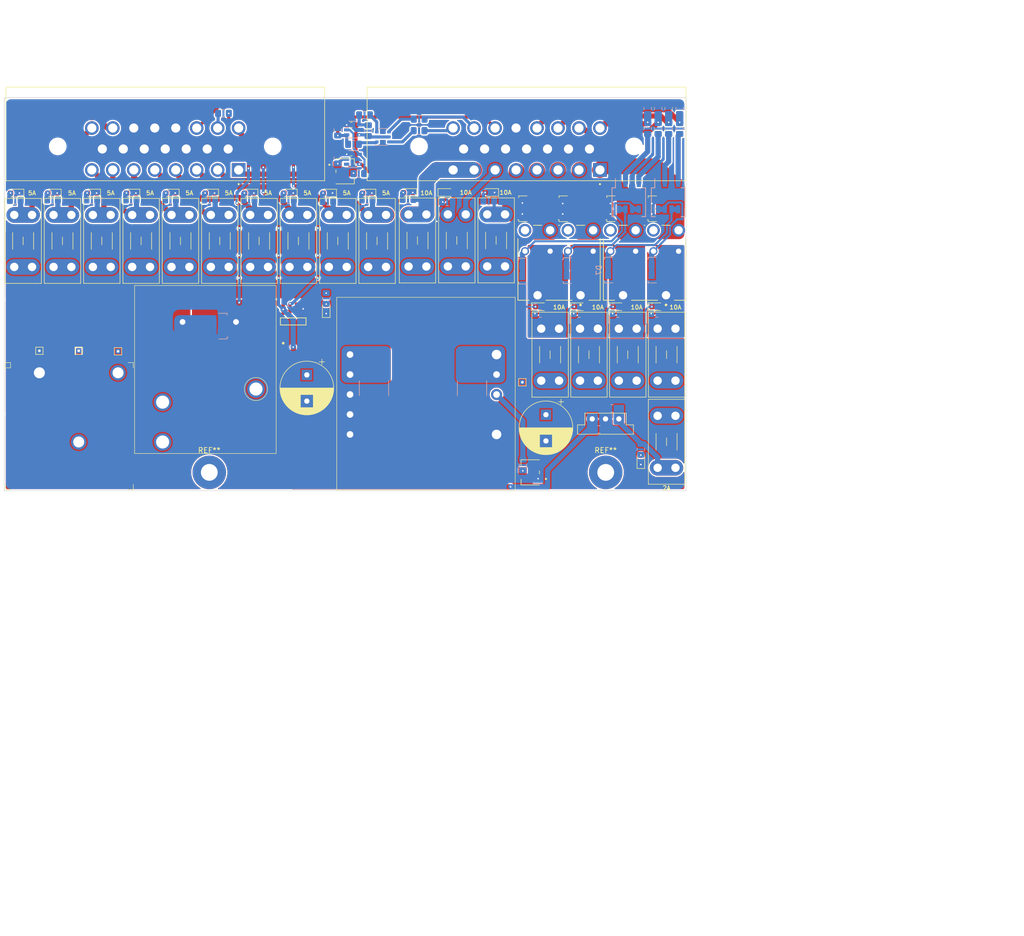
<source format=kicad_pcb>
(kicad_pcb (version 20171130) (host pcbnew "(5.1.9-0-10_14)")
  (layers (0 Front mixed) (31 Back mixed) (34 B.Paste user) (35 F.Paste user) (36 B.SilkS user) (37 F.SilkS user) (38 B.Mask user) (39 F.Mask user) (44 Edge.Cuts user))
  (net 0 "")
  (net 1 GND)
  (net 2 /5V)
  (net 3 /5V_DCDC)
  (net 4 /+24V_EXT)
  (net 5 /RELAY_3)
  (net 6 /SPARE_RELAY_1)
  (net 7 /RELAY_4)
  (net 8 /SPARE_RELAY_2)
  (net 9 /RELAY_1)
  (net 10 /RAD_FANS)
  (net 11 /RELAY_2)
  (net 12 /PUMPS)
  (net 13 "Net-(D12-Pad2)")
  (net 14 "Net-(D13-Pad2)")
  (net 15 "Net-(D14-Pad2)")
  (net 16 "Net-(D15-Pad2)")
  (net 17 "Net-(D16-Pad2)")
  (net 18 "Net-(D17-Pad2)")
  (net 19 "Net-(D18-Pad2)")
  (net 20 "Net-(D19-Pad2)")
  (net 21 "Net-(D20-Pad2)")
  (net 22 "Net-(D21-Pad2)")
  (net 23 "Net-(D22-Pad2)")
  (net 24 "Net-(D23-Pad2)")
  (net 25 "Net-(D24-Pad2)")
  (net 26 "Net-(D25-Pad2)")
  (net 27 "Net-(D26-Pad2)")
  (net 28 "Net-(D29-Pad2)")
  (net 29 /ACCUMULATOR)
  (net 30 /BMS_DATALOGGER)
  (net 31 /FPDM)
  (net 32 /HV_DIST)
  (net 33 /INTERLOCK)
  (net 34 /MOTOR_CONTROLLER_1)
  (net 35 /MOTOR_CONTROLLER_2)
  (net 36 /BRAKE_LIGHT)
  (net 37 /PDOC_12V)
  (net 38 /SPARE_FUSE_1)
  (net 39 /SPARE_FUSE_2)
  (net 40 /BATT_V)
  (net 41 /TSAL_Green)
  (net 42 /TSAL_Red)
  (net 43 /TSAT)
  (net 44 /PUMP_1_Trigger)
  (net 45 /RAD_FAN_Trigger)
  (net 46 /SPARE_Trigger_2)
  (net 47 /SPARE_Trigger_1)
  (net 48 "/alt TSAL Logic/NAND_Out")
  (net 49 "Net-(D3-Pad1)")
  (net 50 "Net-(D5-Pad1)")
  (net 51 "Net-(D7-Pad1)")
  (net 52 "Net-(D11-Pad2)")
  (net 53 /BATT_I)
  (net 54 /+24V_BATT)
  (net 55 "Net-(Q1-Pad1)")
  (net 56 "Net-(Q1-Pad3)")
  (net 57 "Net-(Q1-Pad4)")
  (net 58 "Net-(Q1-Pad6)")
  (net 59 "Net-(Q2-Pad4)")
  (net 60 "Net-(Q2-Pad2)")
  (net 61 "Net-(Q3-Pad2)")
  (net 62 "Net-(Q3-Pad4)")
  (net 63 /24_DCDC_IN)
  (net 64 /24_ISENSE_IN)
  (net 65 "Net-(C2-Pad1)")
  (net 66 "Net-(D1-Pad1)")
  (net 67 "Net-(D9-Pad2)")
  (net 68 "Net-(D10-Pad2)")
  (net 69 "Net-(R1-Pad2)")
  (net 70 "Net-(R37-Pad2)")
  (net 71 "Net-(R37-Pad1)")
  (net 72 /ACC_FANS)
  (net 73 /TSAL_PWR)
  (net 74 "Net-(R1-Pad1)")
  (net 75 VCC)
  (module MountingHole:MountingHole_3.2mm_M3_Pad (layer Front) (at 193.2 137.1)
    (fp_text reference REF** (at 0 -4.2) (layer F.SilkS))
    (fp_text value MountingHole_3.2mm_M3_Pad)
    (pad 1 thru_hole circle (at 0 0) (size 6.4 6.4) (drill 3.2) (layers *.Cu *.Mask))
  )
  (module MountingHole:MountingHole_3.2mm_M3_Pad (layer Front) (at 117.6 137.1)
    (fp_text reference REF** (at 0 -4.2) (layer F.SilkS))
    (fp_text value MountingHole_3.2mm_M3_Pad)
    (pad 1 thru_hole circle (at 0 0) (size 6.4 6.4) (drill 3.2) (layers *.Cu *.Mask))
  )
  (module UOWM_Relays:CIT_J115F1 (layer Front) (at 126.5 121.2 180)
    (fp_text reference K3 hide)
    (fp_text value J115F)
    (pad 5 thru_hole circle (at 14 12.8 180) (size 1.96 1.96) (drill 1.1) (layers *.Cu *.Mask) (net 4 /+24V_EXT))
    (pad 2 thru_hole circle (at 3.8 12.8 180) (size 1.96 1.96) (drill 1.1) (layers *.Cu *.Mask) (net 1 GND))
    (pad 1 thru_hole circle (at 0 0 180) (size 3.36 3.36) (drill 2.5) (layers *.Cu *.Mask) (net 64 /24_ISENSE_IN))
    (pad 4 thru_hole circle (at 17.8 -2.5 180) (size 3.36 3.36) (drill 2.5) (layers *.Cu *.Mask) (net 4 /+24V_EXT))
    (pad 3 thru_hole circle (at 17.8 -10.1 180) (size 3.36 3.36) (drill 2.5) (layers *.Cu *.Mask) (net 54 /+24V_BATT))
  )
  (module UOWM_TerminalBlocks:EB167A-03-M (layer Front) (at 85.2 118.1)
    (fp_text reference J1 hide)
    (fp_text value 24V_IN)
    (pad 3 thru_hole circle (at 15 0) (size 2.96 2.96) (drill 2.1) (layers *.Cu *.Mask) (net 4 /+24V_EXT))
    (pad 2 thru_hole circle (at 7.5 13.2) (size 2.96 2.96) (drill 2.1) (layers *.Cu *.Mask) (net 54 /+24V_BATT))
    (pad 1 thru_hole circle (at 0 0) (size 2.96 2.96) (drill 2.1) (layers *.Cu *.Mask) (net 1 GND))
  )
  (module UOWM_DCDCs:i7A24045A033V (layer Front) (at 141.9 103.7)
    (fp_text reference U5 hide)
    (fp_text value i7A24045A033V-001-R)
    (pad 4 thru_hole circle (at 30.48 26.162) (size 2.68 2.68) (drill 1.82) (layers *.Cu *.Mask) (net 1 GND))
    (pad 6 thru_hole circle (at 30.48 18.542) (size 2.13 2.13) (drill 1.27) (layers *.Cu *.Mask) (net 71 "Net-(R37-Pad1)"))
    (pad 7 thru_hole circle (at 30.48 14.732) (size 2.13 2.13) (drill 1.27) (layers *.Cu *.Mask) (net 75 VCC))
    (pad 8 thru_hole circle (at 30.48 10.922) (size 2.68 2.68) (drill 1.82) (layers *.Cu *.Mask) (net 75 VCC))
    (pad 3 thru_hole circle (at 2.54 26.162) (size 2.13 2.13) (drill 1.27) (layers *.Cu *.Mask) (net 1 GND))
    (pad 10 thru_hole circle (at 2.54 22.352) (size 2.13 2.13) (drill 1.27) (layers *.Cu *.Mask) (net 1 GND))
    (pad 2 thru_hole circle (at 2.54 18.542) (size 2.13 2.13) (drill 1.27) (layers *.Cu *.Mask) (net 1 GND))
    (pad 9 thru_hole circle (at 2.54 14.732) (size 2.13 2.13) (drill 1.27) (layers *.Cu *.Mask) (net 63 /24_DCDC_IN))
    (pad 1 thru_hole rect (at 2.54 10.922) (size 2.13 2.13) (drill 1.27) (layers *.Cu *.Mask) (net 63 /24_DCDC_IN))
  )
  (module UOWM_Fuses:Keystone_3568 (layer Front) (at 80.4 97.9 90)
    (fp_text reference F18 hide)
    (fp_text value Fuse)
    (pad 2 thru_hole circle (at 9.92 3.4 90) (size 2.78 2.78) (drill 1.6) (layers *.Cu *.Mask) (net 37 /PDOC_12V))
    (pad 2 thru_hole circle (at 9.92 0 90) (size 2.78 2.78) (drill 1.6) (layers *.Cu *.Mask) (net 37 /PDOC_12V))
    (pad 1 thru_hole circle (at 0 3.4 90) (size 2.78 2.78) (drill 1.6) (layers *.Cu *.Mask) (net 75 VCC))
    (pad 1 thru_hole circle (at 0 0 90) (size 2.78 2.78) (drill 1.6) (layers *.Cu *.Mask) (net 75 VCC))
  )
  (module UOWM_Fuses:Keystone_3568 (layer Front) (at 87.9 97.9 90)
    (fp_text reference F17 hide)
    (fp_text value Fuse)
    (pad 2 thru_hole circle (at 9.92 3.4 90) (size 2.78 2.78) (drill 1.6) (layers *.Cu *.Mask) (net 36 /BRAKE_LIGHT))
    (pad 2 thru_hole circle (at 9.92 0 90) (size 2.78 2.78) (drill 1.6) (layers *.Cu *.Mask) (net 36 /BRAKE_LIGHT))
    (pad 1 thru_hole circle (at 0 3.4 90) (size 2.78 2.78) (drill 1.6) (layers *.Cu *.Mask) (net 75 VCC))
    (pad 1 thru_hole circle (at 0 0 90) (size 2.78 2.78) (drill 1.6) (layers *.Cu *.Mask) (net 75 VCC))
  )
  (module UOWM_Fuses:Keystone_3568 (layer Front) (at 95.4 97.9 90)
    (fp_text reference F16 hide)
    (fp_text value Fuse)
    (pad 2 thru_hole circle (at 9.92 3.4 90) (size 2.78 2.78) (drill 1.6) (layers *.Cu *.Mask) (net 73 /TSAL_PWR))
    (pad 2 thru_hole circle (at 9.92 0 90) (size 2.78 2.78) (drill 1.6) (layers *.Cu *.Mask) (net 73 /TSAL_PWR))
    (pad 1 thru_hole circle (at 0 3.4 90) (size 2.78 2.78) (drill 1.6) (layers *.Cu *.Mask) (net 75 VCC))
    (pad 1 thru_hole circle (at 0 0 90) (size 2.78 2.78) (drill 1.6) (layers *.Cu *.Mask) (net 75 VCC))
  )
  (module UOWM_Fuses:Keystone_3568 (layer Front) (at 102.9 97.9 90)
    (fp_text reference F15 hide)
    (fp_text value Fuse)
    (pad 2 thru_hole circle (at 9.92 3.4 90) (size 2.78 2.78) (drill 1.6) (layers *.Cu *.Mask) (net 33 /INTERLOCK))
    (pad 2 thru_hole circle (at 9.92 0 90) (size 2.78 2.78) (drill 1.6) (layers *.Cu *.Mask) (net 33 /INTERLOCK))
    (pad 1 thru_hole circle (at 0 3.4 90) (size 2.78 2.78) (drill 1.6) (layers *.Cu *.Mask) (net 75 VCC))
    (pad 1 thru_hole circle (at 0 0 90) (size 2.78 2.78) (drill 1.6) (layers *.Cu *.Mask) (net 75 VCC))
  )
  (module UOWM_Fuses:Keystone_3568 (layer Front) (at 110.4 97.9 90)
    (fp_text reference F14 hide)
    (fp_text value Fuse)
    (pad 2 thru_hole circle (at 9.92 3.4 90) (size 2.78 2.78) (drill 1.6) (layers *.Cu *.Mask) (net 32 /HV_DIST))
    (pad 2 thru_hole circle (at 9.92 0 90) (size 2.78 2.78) (drill 1.6) (layers *.Cu *.Mask) (net 32 /HV_DIST))
    (pad 1 thru_hole circle (at 0 3.4 90) (size 2.78 2.78) (drill 1.6) (layers *.Cu *.Mask) (net 75 VCC))
    (pad 1 thru_hole circle (at 0 0 90) (size 2.78 2.78) (drill 1.6) (layers *.Cu *.Mask) (net 75 VCC))
  )
  (module UOWM_Fuses:Keystone_3568 (layer Front) (at 117.9 97.9 90)
    (fp_text reference F13 hide)
    (fp_text value Fuse)
    (pad 2 thru_hole circle (at 9.92 3.4 90) (size 2.78 2.78) (drill 1.6) (layers *.Cu *.Mask) (net 30 /BMS_DATALOGGER))
    (pad 2 thru_hole circle (at 9.92 0 90) (size 2.78 2.78) (drill 1.6) (layers *.Cu *.Mask) (net 30 /BMS_DATALOGGER))
    (pad 1 thru_hole circle (at 0 3.4 90) (size 2.78 2.78) (drill 1.6) (layers *.Cu *.Mask) (net 75 VCC))
    (pad 1 thru_hole circle (at 0 0 90) (size 2.78 2.78) (drill 1.6) (layers *.Cu *.Mask) (net 75 VCC))
  )
  (module UOWM_Fuses:Keystone_3568 (layer Front) (at 125.4 97.9 90)
    (fp_text reference F12 hide)
    (fp_text value Fuse)
    (pad 2 thru_hole circle (at 9.92 3.4 90) (size 2.78 2.78) (drill 1.6) (layers *.Cu *.Mask) (net 29 /ACCUMULATOR))
    (pad 2 thru_hole circle (at 9.92 0 90) (size 2.78 2.78) (drill 1.6) (layers *.Cu *.Mask) (net 29 /ACCUMULATOR))
    (pad 1 thru_hole circle (at 0 3.4 90) (size 2.78 2.78) (drill 1.6) (layers *.Cu *.Mask) (net 75 VCC))
    (pad 1 thru_hole circle (at 0 0 90) (size 2.78 2.78) (drill 1.6) (layers *.Cu *.Mask) (net 75 VCC))
  )
  (module UOWM_Fuses:Keystone_3568 (layer Front) (at 132.9 97.9 90)
    (fp_text reference F11 hide)
    (fp_text value Fuse)
    (pad 2 thru_hole circle (at 9.92 3.4 90) (size 2.78 2.78) (drill 1.6) (layers *.Cu *.Mask) (net 35 /MOTOR_CONTROLLER_2))
    (pad 2 thru_hole circle (at 9.92 0 90) (size 2.78 2.78) (drill 1.6) (layers *.Cu *.Mask) (net 35 /MOTOR_CONTROLLER_2))
    (pad 1 thru_hole circle (at 0 3.4 90) (size 2.78 2.78) (drill 1.6) (layers *.Cu *.Mask) (net 75 VCC))
    (pad 1 thru_hole circle (at 0 0 90) (size 2.78 2.78) (drill 1.6) (layers *.Cu *.Mask) (net 75 VCC))
  )
  (module UOWM_Fuses:Keystone_3568 (layer Front) (at 140.4 97.9 90)
    (fp_text reference F10 hide)
    (fp_text value Fuse)
    (pad 2 thru_hole circle (at 9.92 3.4 90) (size 2.78 2.78) (drill 1.6) (layers *.Cu *.Mask) (net 34 /MOTOR_CONTROLLER_1))
    (pad 2 thru_hole circle (at 9.92 0 90) (size 2.78 2.78) (drill 1.6) (layers *.Cu *.Mask) (net 34 /MOTOR_CONTROLLER_1))
    (pad 1 thru_hole circle (at 0 3.4 90) (size 2.78 2.78) (drill 1.6) (layers *.Cu *.Mask) (net 75 VCC))
    (pad 1 thru_hole circle (at 0 0 90) (size 2.78 2.78) (drill 1.6) (layers *.Cu *.Mask) (net 75 VCC))
  )
  (module UOWM_Fuses:Keystone_3568 (layer Front) (at 147.9 97.9 90)
    (fp_text reference F9 hide)
    (fp_text value Fuse)
    (pad 2 thru_hole circle (at 9.92 3.4 90) (size 2.78 2.78) (drill 1.6) (layers *.Cu *.Mask) (net 31 /FPDM))
    (pad 2 thru_hole circle (at 9.92 0 90) (size 2.78 2.78) (drill 1.6) (layers *.Cu *.Mask) (net 31 /FPDM))
    (pad 1 thru_hole circle (at 0 3.4 90) (size 2.78 2.78) (drill 1.6) (layers *.Cu *.Mask) (net 75 VCC))
    (pad 1 thru_hole circle (at 0 0 90) (size 2.78 2.78) (drill 1.6) (layers *.Cu *.Mask) (net 75 VCC))
  )
  (module UOWM_Fuses:Keystone_3568 (layer Front) (at 206.5 126.3 270)
    (fp_text reference F8 hide)
    (fp_text value Fuse)
    (pad 2 thru_hole circle (at 9.92 3.4 270) (size 2.78 2.78) (drill 1.6) (layers *.Cu *.Mask) (net 3 /5V_DCDC))
    (pad 2 thru_hole circle (at 9.92 0 270) (size 2.78 2.78) (drill 1.6) (layers *.Cu *.Mask) (net 3 /5V_DCDC))
    (pad 1 thru_hole circle (at 0 3.4 270) (size 2.78 2.78) (drill 1.6) (layers *.Cu *.Mask) (net 75 VCC))
    (pad 1 thru_hole circle (at 0 0 270) (size 2.78 2.78) (drill 1.6) (layers *.Cu *.Mask) (net 75 VCC))
  )
  (module UOWM_Fuses:Keystone_3568 (layer Front) (at 155.6 97.82 90)
    (fp_text reference F7 hide)
    (fp_text value Fuse)
    (pad 2 thru_hole circle (at 9.92 3.4 90) (size 2.78 2.78) (drill 1.6) (layers *.Cu *.Mask) (net 72 /ACC_FANS))
    (pad 2 thru_hole circle (at 9.92 0 90) (size 2.78 2.78) (drill 1.6) (layers *.Cu *.Mask) (net 72 /ACC_FANS))
    (pad 1 thru_hole circle (at 0 3.4 90) (size 2.78 2.78) (drill 1.6) (layers *.Cu *.Mask) (net 75 VCC))
    (pad 1 thru_hole circle (at 0 0 90) (size 2.78 2.78) (drill 1.6) (layers *.Cu *.Mask) (net 75 VCC))
  )
  (module UOWM_Fuses:Keystone_3568 (layer Front) (at 163.1 97.8 90)
    (fp_text reference F6 hide)
    (fp_text value Fuse)
    (pad 2 thru_hole circle (at 9.92 3.4 90) (size 2.78 2.78) (drill 1.6) (layers *.Cu *.Mask) (net 39 /SPARE_FUSE_2))
    (pad 2 thru_hole circle (at 9.92 0 90) (size 2.78 2.78) (drill 1.6) (layers *.Cu *.Mask) (net 39 /SPARE_FUSE_2))
    (pad 1 thru_hole circle (at 0 3.4 90) (size 2.78 2.78) (drill 1.6) (layers *.Cu *.Mask) (net 75 VCC))
    (pad 1 thru_hole circle (at 0 0 90) (size 2.78 2.78) (drill 1.6) (layers *.Cu *.Mask) (net 75 VCC))
  )
  (module UOWM_Fuses:Keystone_3568 (layer Front) (at 170.6 97.8 90)
    (fp_text reference F5 hide)
    (fp_text value Fuse)
    (pad 2 thru_hole circle (at 9.92 3.4 90) (size 2.78 2.78) (drill 1.6) (layers *.Cu *.Mask) (net 38 /SPARE_FUSE_1))
    (pad 2 thru_hole circle (at 9.92 0 90) (size 2.78 2.78) (drill 1.6) (layers *.Cu *.Mask) (net 38 /SPARE_FUSE_1))
    (pad 1 thru_hole circle (at 0 3.4 90) (size 2.78 2.78) (drill 1.6) (layers *.Cu *.Mask) (net 75 VCC))
    (pad 1 thru_hole circle (at 0 0 90) (size 2.78 2.78) (drill 1.6) (layers *.Cu *.Mask) (net 75 VCC))
  )
  (module UOWM_Fuses:Keystone_3568 (layer Front) (at 180.9 119.6 90)
    (fp_text reference F4 hide)
    (fp_text value Fuse)
    (pad 2 thru_hole circle (at 9.92 3.4 90) (size 2.78 2.78) (drill 1.6) (layers *.Cu *.Mask) (net 7 /RELAY_4))
    (pad 2 thru_hole circle (at 9.92 0 90) (size 2.78 2.78) (drill 1.6) (layers *.Cu *.Mask) (net 7 /RELAY_4))
    (pad 1 thru_hole circle (at 0 3.4 90) (size 2.78 2.78) (drill 1.6) (layers *.Cu *.Mask) (net 75 VCC))
    (pad 1 thru_hole circle (at 0 0 90) (size 2.78 2.78) (drill 1.6) (layers *.Cu *.Mask) (net 75 VCC))
  )
  (module UOWM_Fuses:Keystone_3568 (layer Front) (at 188.3 119.6 90)
    (fp_text reference F3 hide)
    (fp_text value Fuse)
    (pad 2 thru_hole circle (at 9.92 3.4 90) (size 2.78 2.78) (drill 1.6) (layers *.Cu *.Mask) (net 5 /RELAY_3))
    (pad 2 thru_hole circle (at 9.92 0 90) (size 2.78 2.78) (drill 1.6) (layers *.Cu *.Mask) (net 5 /RELAY_3))
    (pad 1 thru_hole circle (at 0 3.4 90) (size 2.78 2.78) (drill 1.6) (layers *.Cu *.Mask) (net 75 VCC))
    (pad 1 thru_hole circle (at 0 0 90) (size 2.78 2.78) (drill 1.6) (layers *.Cu *.Mask) (net 75 VCC))
  )
  (module UOWM_Fuses:Keystone_3568 (layer Front) (at 195.7 119.6 90)
    (fp_text reference F2 hide)
    (fp_text value Fuse)
    (pad 2 thru_hole circle (at 9.92 3.4 90) (size 2.78 2.78) (drill 1.6) (layers *.Cu *.Mask) (net 11 /RELAY_2))
    (pad 2 thru_hole circle (at 9.92 0 90) (size 2.78 2.78) (drill 1.6) (layers *.Cu *.Mask) (net 11 /RELAY_2))
    (pad 1 thru_hole circle (at 0 3.4 90) (size 2.78 2.78) (drill 1.6) (layers *.Cu *.Mask) (net 75 VCC))
    (pad 1 thru_hole circle (at 0 0 90) (size 2.78 2.78) (drill 1.6) (layers *.Cu *.Mask) (net 75 VCC))
  )
  (module UOWM_Fuses:Keystone_3568 (layer Front) (at 203.1 119.6 90)
    (fp_text reference F1 hide)
    (fp_text value Fuse)
    (pad 2 thru_hole circle (at 9.92 3.4 90) (size 2.78 2.78) (drill 1.6) (layers *.Cu *.Mask) (net 9 /RELAY_1))
    (pad 2 thru_hole circle (at 9.92 0 90) (size 2.78 2.78) (drill 1.6) (layers *.Cu *.Mask) (net 9 /RELAY_1))
    (pad 1 thru_hole circle (at 0 3.4 90) (size 2.78 2.78) (drill 1.6) (layers *.Cu *.Mask) (net 75 VCC))
    (pad 1 thru_hole circle (at 0 0 90) (size 2.78 2.78) (drill 1.6) (layers *.Cu *.Mask) (net 75 VCC))
  )
  (module UOWM_Package_SO:SSOP-5_ROHM (layer Back) (at 143.8 72.7 90)
    (fp_text reference U2 hide)
    (fp_text value BU4S11G2)
    (pad 1 smd rect (at 0 0) (size 1 0.6) (layers Back B.Paste B.Mask) (net 43 /TSAT))
    (pad 2 smd rect (at 0.95 0) (size 1 0.6) (layers Back B.Paste B.Mask) (net 74 "Net-(R1-Pad1)"))
    (pad 3 smd rect (at 1.9 0) (size 1 0.6) (layers Back B.Paste B.Mask) (net 1 GND))
    (pad 4 smd rect (at 1.9 2.4) (size 1 0.6) (layers Back B.Paste B.Mask) (net 48 "/alt TSAL Logic/NAND_Out"))
    (pad 5 smd rect (at 0 2.4) (size 1 0.6) (layers Back B.Paste B.Mask) (net 75 VCC))
  )
  (module UOWM_Package_SO:SSOP-5_ROHM (layer Back) (at 143.8 78.3 90)
    (fp_text reference U1 hide)
    (fp_text value BU4S584G2)
    (pad 1 smd rect (at 0 0) (size 1 0.6) (layers Back B.Paste B.Mask))
    (pad 2 smd rect (at 0.95 0) (size 1 0.6) (layers Back B.Paste B.Mask) (net 65 "Net-(C2-Pad1)"))
    (pad 3 smd rect (at 1.9 0) (size 1 0.6) (layers Back B.Paste B.Mask) (net 1 GND))
    (pad 4 smd rect (at 1.9 2.4) (size 1 0.6) (layers Back B.Paste B.Mask) (net 74 "Net-(R1-Pad1)"))
    (pad 5 smd rect (at 0 2.4) (size 1 0.6) (layers Back B.Paste B.Mask) (net 75 VCC))
  )
  (module UOWM_Connectors:TE_1-770669-1 (layer Front) (at 123.2 79.4 180)
    (fp_text reference J3 hide)
    (fp_text value 776180-1)
    (pad 22 thru_hole circle (at 24 8 180) (size 2.625 2.625) (drill 1.75) (layers *.Cu *.Mask) (net 37 /PDOC_12V))
    (pad 21 thru_hole circle (at 20 8 180) (size 2.625 2.625) (drill 1.75) (layers *.Cu *.Mask) (net 1 GND))
    (pad 20 thru_hole circle (at 16 8 180) (size 2.625 2.625) (drill 1.75) (layers *.Cu *.Mask) (net 1 GND))
    (pad 19 thru_hole circle (at 12 8 180) (size 2.625 2.625) (drill 1.75) (layers *.Cu *.Mask) (net 1 GND))
    (pad 18 thru_hole circle (at 8 8 180) (size 2.625 2.625) (drill 1.75) (layers *.Cu *.Mask) (net 53 /BATT_I))
    (pad 17 thru_hole circle (at 4 8 180) (size 2.625 2.625) (drill 1.75) (layers *.Cu *.Mask) (net 40 /BATT_V))
    (pad 14 thru_hole circle (at 22 4 180) (size 2.625 2.625) (drill 1.75) (layers *.Cu *.Mask) (net 1 GND))
    (pad 13 thru_hole circle (at 18 4 180) (size 2.625 2.625) (drill 1.75) (layers *.Cu *.Mask) (net 1 GND))
    (pad 12 thru_hole circle (at 14 4 180) (size 2.625 2.625) (drill 1.75) (layers *.Cu *.Mask) (net 1 GND))
    (pad 11 thru_hole circle (at 10 4 180) (size 2.625 2.625) (drill 1.75) (layers *.Cu *.Mask) (net 1 GND))
    (pad 10 thru_hole circle (at 6 4 180) (size 2.625 2.625) (drill 1.75) (layers *.Cu *.Mask) (net 1 GND))
    (pad 7 thru_hole circle (at 24 0 180) (size 2.625 2.625) (drill 1.75) (layers *.Cu *.Mask) (net 33 /INTERLOCK))
    (pad 6 thru_hole circle (at 20 0 180) (size 2.625 2.625) (drill 1.75) (layers *.Cu *.Mask) (net 32 /HV_DIST))
    (pad 5 thru_hole circle (at 16 0 180) (size 2.625 2.625) (drill 1.75) (layers *.Cu *.Mask) (net 30 /BMS_DATALOGGER))
    (pad 4 thru_hole circle (at 12 0 180) (size 2.625 2.625) (drill 1.75) (layers *.Cu *.Mask) (net 29 /ACCUMULATOR))
    (pad 3 thru_hole circle (at 8 0 180) (size 2.625 2.625) (drill 1.75) (layers *.Cu *.Mask) (net 35 /MOTOR_CONTROLLER_2))
    (pad 2 thru_hole circle (at 4 0 180) (size 2.625 2.625) (drill 1.75) (layers *.Cu *.Mask) (net 34 /MOTOR_CONTROLLER_1))
    (pad 23 thru_hole circle (at 28 8 180) (size 2.625 2.625) (drill 1.75) (layers *.Cu *.Mask) (net 36 /BRAKE_LIGHT))
    (pad 16 thru_hole circle (at 0 8 180) (size 2.625 2.625) (drill 1.75) (layers *.Cu *.Mask) (net 2 /5V))
    (pad 15 thru_hole circle (at 26 4 180) (size 2.625 2.625) (drill 1.75) (layers *.Cu *.Mask) (net 1 GND))
    (pad 9 thru_hole circle (at 2 4 180) (size 2.625 2.625) (drill 1.75) (layers *.Cu *.Mask) (net 1 GND))
    (pad 8 thru_hole circle (at 28 0 180) (size 2.625 2.625) (drill 1.75) (layers *.Cu *.Mask) (net 73 /TSAL_PWR))
    (pad 1 thru_hole rect (at 0 0 180) (size 2.625 2.625) (drill 1.75) (layers *.Cu *.Mask) (net 31 /FPDM))
    (pad None np_thru_hole circle (at 34.5 4.5 180) (size 2.85 2.85) (drill 2.85) (layers *.Cu *.Mask))
    (pad None np_thru_hole circle (at -6.5 4.5 180) (size 2.85 2.85) (drill 2.85) (layers *.Cu *.Mask))
  )
  (module UOWM_Potentiometers:TRIM_3214W (layer Front) (at 143.5 79.65)
    (fp_text reference RV1 hide)
    (fp_text value 100k)
    (pad 2 smd rect (at 1.45 0) (size 1.6 2) (layers Front F.Paste F.Mask) (net 69 "Net-(R1-Pad2)"))
    (pad 3 smd rect (at -1.45 1.25) (size 1.6 1.3) (layers Front F.Paste F.Mask))
    (pad 1 smd rect (at -1.45 -1.25) (size 1.6 1.3) (layers Front F.Paste F.Mask) (net 65 "Net-(C2-Pad1)"))
  )
  (module Resistor_SMD:R_0805_2012Metric_Pad1.15x1.40mm_HandSolder (layer Back) (at 139.9 103.9 270)
    (fp_text reference R38 hide)
    (fp_text value 10k)
    (pad 2 smd roundrect (at 1.025 0 270) (size 1.15 1.4) (layers Back B.Paste B.Mask) (roundrect_rratio 0.217391) (net 28 "Net-(D29-Pad2)"))
    (pad 1 smd roundrect (at -1.025 0 270) (size 1.15 1.4) (layers Back B.Paste B.Mask) (roundrect_rratio 0.217391) (net 75 VCC))
  )
  (module UOWM_Relays:Omron-G8NW-2L-AS_SK-MFG (layer Front) (at 200.6 97.1 90)
    (fp_text reference K2 hide)
    (fp_text value G8NW hide)
    (pad 4 thru_hole circle (at 6.2 1.7 90) (size 2.45 2.45) (drill 1.6) (layers *.Cu))
    (pad 8 thru_hole circle (at 6.2 -1.7 90) (size 2.45 2.45) (drill 1.6) (layers *.Cu) (net 8 /SPARE_RELAY_2))
    (pad 3 thru_hole circle (at 6.2 6.5 90) (size 2.45 2.45) (drill 1.6) (layers *.Cu) (net 6 /SPARE_RELAY_1))
    (pad 9 thru_hole circle (at 6.2 -6.5 90) (size 2.45 2.45) (drill 1.6) (layers *.Cu))
    (pad 5 thru_hole circle (at 2.2 1.7 90) (size 1.55 1.55) (drill 1) (layers *.Cu) (net 50 "Net-(D5-Pad1)"))
    (pad 7 thru_hole circle (at 2.2 -1.7 90) (size 1.55 1.55) (drill 1) (layers *.Cu) (net 11 /RELAY_2))
    (pad 2 thru_hole circle (at 2.2 6.5 90) (size 1.55 1.55) (drill 1) (layers *.Cu) (net 9 /RELAY_1))
    (pad 10 thru_hole circle (at 2.2 -6.5 90) (size 1.55 1.55) (drill 1) (layers *.Cu) (net 51 "Net-(D7-Pad1)"))
    (pad 6 thru_hole circle (at -6.2 -4.099999 90) (size 2.45 2.45) (drill 1.6) (layers *.Cu) (net 11 /RELAY_2))
    (pad 1 thru_hole rect (at -6.2 4.099999 90) (size 2.45 2.45) (drill 1.6) (layers *.Cu) (net 9 /RELAY_1))
  )
  (module TestPoint:TestPoint_THTPad_1.0x1.0mm_Drill0.5mm (layer Front) (at 177.3 119.9 180)
    (fp_text reference TP4 hide)
    (fp_text value TestPoint)
    (pad 1 thru_hole rect (at 0 0 180) (size 1 1) (drill 0.5) (layers *.Cu *.Mask) (net 75 VCC))
  )
  (module TestPoint:TestPoint_THTPad_1.0x1.0mm_Drill0.5mm (layer Front) (at 100.2 114)
    (fp_text reference TP3 hide)
    (fp_text value "Battery test point")
    (pad 1 thru_hole rect (at 0 0) (size 1 1) (drill 0.5) (layers *.Cu *.Mask) (net 4 /+24V_EXT))
  )
  (module TestPoint:TestPoint_THTPad_1.0x1.0mm_Drill0.5mm (layer Front) (at 92.7 113.9)
    (fp_text reference TP2 hide)
    (fp_text value "Ext. power test point")
    (pad 1 thru_hole rect (at 0 0) (size 1 1) (drill 0.5) (layers *.Cu *.Mask) (net 54 /+24V_BATT))
  )
  (module TestPoint:TestPoint_THTPad_1.0x1.0mm_Drill0.5mm (layer Front) (at 85.2 113.9)
    (fp_text reference TP1 hide)
    (fp_text value "GND Test Point")
    (pad 1 thru_hole rect (at 0 0) (size 1 1) (drill 0.5) (layers *.Cu *.Mask) (net 1 GND))
  )
  (module Resistor_SMD:R_0805_2012Metric_Pad1.15x1.40mm_HandSolder (layer Back) (at 177.4 135.7 270)
    (fp_text reference R37 hide)
    (fp_text value 470)
    (pad 2 smd roundrect (at 1.025 0 270) (size 1.15 1.4) (layers Back B.Paste B.Mask) (roundrect_rratio 0.217391) (net 70 "Net-(R37-Pad2)"))
    (pad 1 smd roundrect (at -1.025 0 270) (size 1.15 1.4) (layers Back B.Paste B.Mask) (roundrect_rratio 0.217391) (net 71 "Net-(R37-Pad1)"))
  )
  (module Resistor_SMD:R_0805_2012Metric_Pad1.15x1.40mm_HandSolder (layer Back) (at 120.3 68.6 180)
    (fp_text reference R36 hide)
    (fp_text value 10k)
    (pad 2 smd roundrect (at 1.025 0 180) (size 1.15 1.4) (layers Back B.Paste B.Mask) (roundrect_rratio 0.217391) (net 40 /BATT_V))
    (pad 1 smd roundrect (at -1.025 0 180) (size 1.15 1.4) (layers Back B.Paste B.Mask) (roundrect_rratio 0.217391) (net 64 /24_ISENSE_IN))
  )
  (module Resistor_SMD:R_0805_2012Metric_Pad1.15x1.40mm_HandSolder (layer Back) (at 80.6 85.2)
    (fp_text reference R33 hide)
    (fp_text value 10k)
    (pad 2 smd roundrect (at 1.025 0) (size 1.15 1.4) (layers Back B.Paste B.Mask) (roundrect_rratio 0.217391) (net 37 /PDOC_12V))
    (pad 1 smd roundrect (at -1.025 0) (size 1.15 1.4) (layers Back B.Paste B.Mask) (roundrect_rratio 0.217391) (net 27 "Net-(D26-Pad2)"))
  )
  (module Resistor_SMD:R_0805_2012Metric_Pad1.15x1.40mm_HandSolder (layer Back) (at 87.7 85.1)
    (fp_text reference R32 hide)
    (fp_text value 10k)
    (pad 2 smd roundrect (at 1.025 0) (size 1.15 1.4) (layers Back B.Paste B.Mask) (roundrect_rratio 0.217391) (net 36 /BRAKE_LIGHT))
    (pad 1 smd roundrect (at -1.025 0) (size 1.15 1.4) (layers Back B.Paste B.Mask) (roundrect_rratio 0.217391) (net 26 "Net-(D25-Pad2)"))
  )
  (module Resistor_SMD:R_0805_2012Metric_Pad1.15x1.40mm_HandSolder (layer Back) (at 95.2 85.1)
    (fp_text reference R31 hide)
    (fp_text value 10k)
    (pad 2 smd roundrect (at 1.025 0) (size 1.15 1.4) (layers Back B.Paste B.Mask) (roundrect_rratio 0.217391) (net 73 /TSAL_PWR))
    (pad 1 smd roundrect (at -1.025 0) (size 1.15 1.4) (layers Back B.Paste B.Mask) (roundrect_rratio 0.217391) (net 25 "Net-(D24-Pad2)"))
  )
  (module Resistor_SMD:R_0805_2012Metric_Pad1.15x1.40mm_HandSolder (layer Back) (at 102.7 85.1)
    (fp_text reference R30 hide)
    (fp_text value 10k)
    (pad 2 smd roundrect (at 1.025 0) (size 1.15 1.4) (layers Back B.Paste B.Mask) (roundrect_rratio 0.217391) (net 33 /INTERLOCK))
    (pad 1 smd roundrect (at -1.025 0) (size 1.15 1.4) (layers Back B.Paste B.Mask) (roundrect_rratio 0.217391) (net 24 "Net-(D23-Pad2)"))
  )
  (module Resistor_SMD:R_0805_2012Metric_Pad1.15x1.40mm_HandSolder (layer Back) (at 110.2 85.1)
    (fp_text reference R29 hide)
    (fp_text value 10k)
    (pad 2 smd roundrect (at 1.025 0) (size 1.15 1.4) (layers Back B.Paste B.Mask) (roundrect_rratio 0.217391) (net 32 /HV_DIST))
    (pad 1 smd roundrect (at -1.025 0) (size 1.15 1.4) (layers Back B.Paste B.Mask) (roundrect_rratio 0.217391) (net 23 "Net-(D22-Pad2)"))
  )
  (module Resistor_SMD:R_0805_2012Metric_Pad1.15x1.40mm_HandSolder (layer Back) (at 117.7 85.1)
    (fp_text reference R28 hide)
    (fp_text value 10k)
    (pad 2 smd roundrect (at 1.025 0) (size 1.15 1.4) (layers Back B.Paste B.Mask) (roundrect_rratio 0.217391) (net 30 /BMS_DATALOGGER))
    (pad 1 smd roundrect (at -1.025 0) (size 1.15 1.4) (layers Back B.Paste B.Mask) (roundrect_rratio 0.217391) (net 22 "Net-(D21-Pad2)"))
  )
  (module Resistor_SMD:R_0805_2012Metric_Pad1.15x1.40mm_HandSolder (layer Back) (at 140.2 85.4)
    (fp_text reference R27 hide)
    (fp_text value 10k)
    (pad 2 smd roundrect (at 1.025 0) (size 1.15 1.4) (layers Back B.Paste B.Mask) (roundrect_rratio 0.217391) (net 34 /MOTOR_CONTROLLER_1))
    (pad 1 smd roundrect (at -1.025 0) (size 1.15 1.4) (layers Back B.Paste B.Mask) (roundrect_rratio 0.217391) (net 21 "Net-(D20-Pad2)"))
  )
  (module Resistor_SMD:R_0805_2012Metric_Pad1.15x1.40mm_HandSolder (layer Back) (at 147.7 85.1)
    (fp_text reference R26 hide)
    (fp_text value 10k)
    (pad 2 smd roundrect (at 1.025 0) (size 1.15 1.4) (layers Back B.Paste B.Mask) (roundrect_rratio 0.217391) (net 31 /FPDM))
    (pad 1 smd roundrect (at -1.025 0) (size 1.15 1.4) (layers Back B.Paste B.Mask) (roundrect_rratio 0.217391) (net 20 "Net-(D19-Pad2)"))
  )
  (module Resistor_SMD:R_0805_2012Metric_Pad1.15x1.40mm_HandSolder (layer Back) (at 125.2 85.1)
    (fp_text reference R25 hide)
    (fp_text value 10k)
    (pad 2 smd roundrect (at 1.025 0) (size 1.15 1.4) (layers Back B.Paste B.Mask) (roundrect_rratio 0.217391) (net 29 /ACCUMULATOR))
    (pad 1 smd roundrect (at -1.025 0) (size 1.15 1.4) (layers Back B.Paste B.Mask) (roundrect_rratio 0.217391) (net 19 "Net-(D18-Pad2)"))
  )
  (module Resistor_SMD:R_0805_2012Metric_Pad1.15x1.40mm_HandSolder (layer Back) (at 132.7 85.1)
    (fp_text reference R24 hide)
    (fp_text value 10k)
    (pad 2 smd roundrect (at 1.025 0) (size 1.15 1.4) (layers Back B.Paste B.Mask) (roundrect_rratio 0.217391) (net 35 /MOTOR_CONTROLLER_2))
    (pad 1 smd roundrect (at -1.025 0) (size 1.15 1.4) (layers Back B.Paste B.Mask) (roundrect_rratio 0.217391) (net 18 "Net-(D17-Pad2)"))
  )
  (module Resistor_SMD:R_0805_2012Metric_Pad1.15x1.40mm_HandSolder (layer Back) (at 199.9 132.7 90)
    (fp_text reference R23 hide)
    (fp_text value 10k)
    (pad 2 smd roundrect (at 1.025 0 90) (size 1.15 1.4) (layers Back B.Paste B.Mask) (roundrect_rratio 0.217391) (net 3 /5V_DCDC))
    (pad 1 smd roundrect (at -1.025 0 90) (size 1.15 1.4) (layers Back B.Paste B.Mask) (roundrect_rratio 0.217391) (net 17 "Net-(D16-Pad2)"))
  )
  (module Resistor_SMD:R_0805_2012Metric_Pad1.15x1.40mm_HandSolder (layer Back) (at 155.5 85)
    (fp_text reference R22 hide)
    (fp_text value 10k)
    (pad 2 smd roundrect (at 1.025 0) (size 1.15 1.4) (layers Back B.Paste B.Mask) (roundrect_rratio 0.217391) (net 72 /ACC_FANS))
    (pad 1 smd roundrect (at -1.025 0) (size 1.15 1.4) (layers Back B.Paste B.Mask) (roundrect_rratio 0.217391) (net 16 "Net-(D15-Pad2)"))
  )
  (module Resistor_SMD:R_0805_2012Metric_Pad1.15x1.40mm_HandSolder (layer Back) (at 162.975 85.5)
    (fp_text reference R21 hide)
    (fp_text value 10k)
    (pad 2 smd roundrect (at 1.025 0) (size 1.15 1.4) (layers Back B.Paste B.Mask) (roundrect_rratio 0.217391) (net 39 /SPARE_FUSE_2))
    (pad 1 smd roundrect (at -1.025 0) (size 1.15 1.4) (layers Back B.Paste B.Mask) (roundrect_rratio 0.217391) (net 15 "Net-(D14-Pad2)"))
  )
  (module Resistor_SMD:R_0805_2012Metric_Pad1.15x1.40mm_HandSolder (layer Back) (at 170.9 85.3)
    (fp_text reference R20 hide)
    (fp_text value 10k)
    (pad 2 smd roundrect (at 1.025 0) (size 1.15 1.4) (layers Back B.Paste B.Mask) (roundrect_rratio 0.217391) (net 38 /SPARE_FUSE_1))
    (pad 1 smd roundrect (at -1.025 0) (size 1.15 1.4) (layers Back B.Paste B.Mask) (roundrect_rratio 0.217391) (net 14 "Net-(D13-Pad2)"))
  )
  (module Resistor_SMD:R_0805_2012Metric_Pad1.15x1.40mm_HandSolder (layer Back) (at 180.7 106.8)
    (fp_text reference R19 hide)
    (fp_text value 10k)
    (pad 2 smd roundrect (at 1.025 0) (size 1.15 1.4) (layers Back B.Paste B.Mask) (roundrect_rratio 0.217391) (net 7 /RELAY_4))
    (pad 1 smd roundrect (at -1.025 0) (size 1.15 1.4) (layers Back B.Paste B.Mask) (roundrect_rratio 0.217391) (net 13 "Net-(D12-Pad2)"))
  )
  (module Resistor_SMD:R_0805_2012Metric_Pad1.15x1.40mm_HandSolder (layer Back) (at 188.1 106.8)
    (fp_text reference R18 hide)
    (fp_text value 10k)
    (pad 2 smd roundrect (at 1.025 0) (size 1.15 1.4) (layers Back B.Paste B.Mask) (roundrect_rratio 0.217391) (net 5 /RELAY_3))
    (pad 1 smd roundrect (at -1.025 0) (size 1.15 1.4) (layers Back B.Paste B.Mask) (roundrect_rratio 0.217391) (net 52 "Net-(D11-Pad2)"))
  )
  (module Resistor_SMD:R_0805_2012Metric_Pad1.15x1.40mm_HandSolder (layer Back) (at 195.5 106.8)
    (fp_text reference R17 hide)
    (fp_text value 10k)
    (pad 2 smd roundrect (at 1.025 0) (size 1.15 1.4) (layers Back B.Paste B.Mask) (roundrect_rratio 0.217391) (net 11 /RELAY_2))
    (pad 1 smd roundrect (at -1.025 0) (size 1.15 1.4) (layers Back B.Paste B.Mask) (roundrect_rratio 0.217391) (net 68 "Net-(D10-Pad2)"))
  )
  (module Resistor_SMD:R_0805_2012Metric_Pad1.15x1.40mm_HandSolder (layer Back) (at 202.9 106.8)
    (fp_text reference R16 hide)
    (fp_text value 10k)
    (pad 2 smd roundrect (at 1.025 0) (size 1.15 1.4) (layers Back B.Paste B.Mask) (roundrect_rratio 0.217391) (net 9 /RELAY_1))
    (pad 1 smd roundrect (at -1.025 0) (size 1.15 1.4) (layers Back B.Paste B.Mask) (roundrect_rratio 0.217391) (net 67 "Net-(D9-Pad2)"))
  )
  (module Resistor_SMD:R_0805_2012Metric_Pad1.15x1.40mm_HandSolder (layer Back) (at 207.3 71.5 90)
    (fp_text reference R15 hide)
    (fp_text value 470)
    (pad 2 smd roundrect (at 1.025 0 90) (size 1.15 1.4) (layers Back B.Paste B.Mask) (roundrect_rratio 0.217391) (net 46 /SPARE_Trigger_2))
    (pad 1 smd roundrect (at -1.025 0 90) (size 1.15 1.4) (layers Back B.Paste B.Mask) (roundrect_rratio 0.217391) (net 62 "Net-(Q3-Pad4)"))
  )
  (module Resistor_SMD:R_0805_2012Metric_Pad1.15x1.40mm_HandSolder (layer Back) (at 207.3 67.7 90)
    (fp_text reference R14 hide)
    (fp_text value 100k)
    (pad 2 smd roundrect (at 1.025 0 90) (size 1.15 1.4) (layers Back B.Paste B.Mask) (roundrect_rratio 0.217391) (net 1 GND))
    (pad 1 smd roundrect (at -1.025 0 90) (size 1.15 1.4) (layers Back B.Paste B.Mask) (roundrect_rratio 0.217391) (net 46 /SPARE_Trigger_2))
  )
  (module Resistor_SMD:R_0805_2012Metric_Pad1.15x1.40mm_HandSolder (layer Back) (at 205.2 71.5 90)
    (fp_text reference R13 hide)
    (fp_text value 470)
    (pad 2 smd roundrect (at 1.025 0 90) (size 1.15 1.4) (layers Back B.Paste B.Mask) (roundrect_rratio 0.217391) (net 47 /SPARE_Trigger_1))
    (pad 1 smd roundrect (at -1.025 0 90) (size 1.15 1.4) (layers Back B.Paste B.Mask) (roundrect_rratio 0.217391) (net 61 "Net-(Q3-Pad2)"))
  )
  (module Resistor_SMD:R_0805_2012Metric_Pad1.15x1.40mm_HandSolder (layer Back) (at 205.2 67.7 90)
    (fp_text reference R12 hide)
    (fp_text value 100k)
    (pad 2 smd roundrect (at 1.025 0 90) (size 1.15 1.4) (layers Back B.Paste B.Mask) (roundrect_rratio 0.217391) (net 1 GND))
    (pad 1 smd roundrect (at -1.025 0 90) (size 1.15 1.4) (layers Back B.Paste B.Mask) (roundrect_rratio 0.217391) (net 47 /SPARE_Trigger_1))
  )
  (module Resistor_SMD:R_0805_2012Metric_Pad1.15x1.40mm_HandSolder (layer Back) (at 203.2 71.5 90)
    (fp_text reference R11 hide)
    (fp_text value 470)
    (pad 2 smd roundrect (at 1.025 0 90) (size 1.15 1.4) (layers Back B.Paste B.Mask) (roundrect_rratio 0.217391) (net 44 /PUMP_1_Trigger))
    (pad 1 smd roundrect (at -1.025 0 90) (size 1.15 1.4) (layers Back B.Paste B.Mask) (roundrect_rratio 0.217391) (net 59 "Net-(Q2-Pad4)"))
  )
  (module Resistor_SMD:R_0805_2012Metric_Pad1.15x1.40mm_HandSolder (layer Back) (at 203.2 67.7 90)
    (fp_text reference R10 hide)
    (fp_text value 100k)
    (pad 2 smd roundrect (at 1.025 0 90) (size 1.15 1.4) (layers Back B.Paste B.Mask) (roundrect_rratio 0.217391) (net 1 GND))
    (pad 1 smd roundrect (at -1.025 0 90) (size 1.15 1.4) (layers Back B.Paste B.Mask) (roundrect_rratio 0.217391) (net 44 /PUMP_1_Trigger))
  )
  (module Resistor_SMD:R_0805_2012Metric_Pad1.15x1.40mm_HandSolder (layer Back) (at 201.2 71.5 90)
    (fp_text reference R9 hide)
    (fp_text value 470)
    (pad 2 smd roundrect (at 1.025 0 90) (size 1.15 1.4) (layers Back B.Paste B.Mask) (roundrect_rratio 0.217391) (net 45 /RAD_FAN_Trigger))
    (pad 1 smd roundrect (at -1.025 0 90) (size 1.15 1.4) (layers Back B.Paste B.Mask) (roundrect_rratio 0.217391) (net 60 "Net-(Q2-Pad2)"))
  )
  (module Resistor_SMD:R_0805_2012Metric_Pad1.15x1.40mm_HandSolder (layer Back) (at 201.2 67.7 90)
    (fp_text reference R8 hide)
    (fp_text value 100k)
    (pad 2 smd roundrect (at 1.025 0 90) (size 1.15 1.4) (layers Back B.Paste B.Mask) (roundrect_rratio 0.217391) (net 1 GND))
    (pad 1 smd roundrect (at -1.025 0 90) (size 1.15 1.4) (layers Back B.Paste B.Mask) (roundrect_rratio 0.217391) (net 45 /RAD_FAN_Trigger))
  )
  (module Resistor_SMD:R_0805_2012Metric_Pad1.15x1.40mm_HandSolder (layer Back) (at 157.6 71.9 180)
    (fp_text reference R7 hide)
    (fp_text value 10k)
    (pad 2 smd roundrect (at 1.025 0 180) (size 1.15 1.4) (layers Back B.Paste B.Mask) (roundrect_rratio 0.217391) (net 58 "Net-(Q1-Pad6)"))
    (pad 1 smd roundrect (at -1.025 0 180) (size 1.15 1.4) (layers Back B.Paste B.Mask) (roundrect_rratio 0.217391) (net 41 /TSAL_Green))
  )
  (module Resistor_SMD:R_0805_2012Metric_Pad1.15x1.40mm_HandSolder (layer Back) (at 157.625 69.7 180)
    (fp_text reference R6 hide)
    (fp_text value 10k)
    (pad 2 smd roundrect (at 1.025 0 180) (size 1.15 1.4) (layers Back B.Paste B.Mask) (roundrect_rratio 0.217391) (net 57 "Net-(Q1-Pad4)"))
    (pad 1 smd roundrect (at -1.025 0 180) (size 1.15 1.4) (layers Back B.Paste B.Mask) (roundrect_rratio 0.217391) (net 42 /TSAL_Red))
  )
  (module Resistor_SMD:R_0805_2012Metric_Pad1.15x1.40mm_HandSolder (layer Back) (at 145.1 74.5 180)
    (fp_text reference R5 hide)
    (fp_text value 470)
    (pad 2 smd roundrect (at 1.025 0 180) (size 1.15 1.4) (layers Back B.Paste B.Mask) (roundrect_rratio 0.217391) (net 43 /TSAT))
    (pad 1 smd roundrect (at -1.025 0 180) (size 1.15 1.4) (layers Back B.Paste B.Mask) (roundrect_rratio 0.217391) (net 55 "Net-(Q1-Pad1)"))
  )
  (module Resistor_SMD:R_0805_2012Metric_Pad1.15x1.40mm_HandSolder (layer Back) (at 147.2 68.9 180)
    (fp_text reference R4 hide)
    (fp_text value 470)
    (pad 2 smd roundrect (at 1.025 0 180) (size 1.15 1.4) (layers Back B.Paste B.Mask) (roundrect_rratio 0.217391) (net 48 "/alt TSAL Logic/NAND_Out"))
    (pad 1 smd roundrect (at -1.025 0 180) (size 1.15 1.4) (layers Back B.Paste B.Mask) (roundrect_rratio 0.217391) (net 56 "Net-(Q1-Pad3)"))
  )
  (module Resistor_SMD:R_0805_2012Metric_Pad1.15x1.40mm_HandSolder (layer Back) (at 142.1 71.8 270)
    (fp_text reference R3 hide)
    (fp_text value 100k)
    (pad 2 smd roundrect (at 1.025 0 270) (size 1.15 1.4) (layers Back B.Paste B.Mask) (roundrect_rratio 0.217391) (net 43 /TSAT))
    (pad 1 smd roundrect (at -1.025 0 270) (size 1.15 1.4) (layers Back B.Paste B.Mask) (roundrect_rratio 0.217391) (net 1 GND))
  )
  (module Resistor_SMD:R_0805_2012Metric_Pad1.15x1.40mm_HandSolder (layer Back) (at 147.9 71.9 270)
    (fp_text reference R2 hide)
    (fp_text value 100k)
    (pad 2 smd roundrect (at 1.025 0 270) (size 1.15 1.4) (layers Back B.Paste B.Mask) (roundrect_rratio 0.217391) (net 75 VCC))
    (pad 1 smd roundrect (at -1.025 0 270) (size 1.15 1.4) (layers Back B.Paste B.Mask) (roundrect_rratio 0.217391) (net 48 "/alt TSAL Logic/NAND_Out"))
  )
  (module Resistor_SMD:R_0805_2012Metric_Pad1.15x1.40mm_HandSolder (layer Back) (at 146.1 80.1 180)
    (fp_text reference R1 hide)
    (fp_text value 100k)
    (pad 2 smd roundrect (at 1.025 0 180) (size 1.15 1.4) (layers Back B.Paste B.Mask) (roundrect_rratio 0.217391) (net 69 "Net-(R1-Pad2)"))
    (pad 1 smd roundrect (at -1.025 0 180) (size 1.15 1.4) (layers Back B.Paste B.Mask) (roundrect_rratio 0.217391) (net 74 "Net-(R1-Pad1)"))
  )
  (module Diode_SMD:D_0603_1608Metric_Pad1.05x0.95mm_HandSolder (layer Front) (at 139.9 105.9 90)
    (fp_text reference D29 hide)
    (fp_text value PWR_ON_LED)
    (pad 2 smd roundrect (at 0.875 0 90) (size 1.05 0.95) (layers Front F.Paste F.Mask) (net 28 "Net-(D29-Pad2)"))
    (pad 1 smd roundrect (at -0.875 0 90) (size 1.05 0.95) (layers Front F.Paste F.Mask) (net 1 GND))
  )
  (module Diode_SMD:D_0603_1608Metric_Pad1.05x0.95mm_HandSolder (layer Front) (at 80.575 83.8 180)
    (fp_text reference D26 hide)
    (fp_text value OK_LED)
    (pad 2 smd roundrect (at 0.875 0 180) (size 1.05 0.95) (layers Front F.Paste F.Mask) (net 27 "Net-(D26-Pad2)"))
    (pad 1 smd roundrect (at -0.875 0 180) (size 1.05 0.95) (layers Front F.Paste F.Mask) (net 1 GND))
  )
  (module Diode_SMD:D_0603_1608Metric_Pad1.05x0.95mm_HandSolder (layer Front) (at 87.7 83.8 180)
    (fp_text reference D25 hide)
    (fp_text value OK_LED)
    (pad 2 smd roundrect (at 0.875 0 180) (size 1.05 0.95) (layers Front F.Paste F.Mask) (net 26 "Net-(D25-Pad2)"))
    (pad 1 smd roundrect (at -0.875 0 180) (size 1.05 0.95) (layers Front F.Paste F.Mask) (net 1 GND))
  )
  (module Diode_SMD:D_0603_1608Metric_Pad1.05x0.95mm_HandSolder (layer Front) (at 95.2 83.8 180)
    (fp_text reference D24 hide)
    (fp_text value OK_LED)
    (pad 2 smd roundrect (at 0.875 0 180) (size 1.05 0.95) (layers Front F.Paste F.Mask) (net 25 "Net-(D24-Pad2)"))
    (pad 1 smd roundrect (at -0.875 0 180) (size 1.05 0.95) (layers Front F.Paste F.Mask) (net 1 GND))
  )
  (module Diode_SMD:D_0603_1608Metric_Pad1.05x0.95mm_HandSolder (layer Front) (at 102.7 83.8 180)
    (fp_text reference D23 hide)
    (fp_text value OK_LED)
    (pad 2 smd roundrect (at 0.875 0 180) (size 1.05 0.95) (layers Front F.Paste F.Mask) (net 24 "Net-(D23-Pad2)"))
    (pad 1 smd roundrect (at -0.875 0 180) (size 1.05 0.95) (layers Front F.Paste F.Mask) (net 1 GND))
  )
  (module Diode_SMD:D_0603_1608Metric_Pad1.05x0.95mm_HandSolder (layer Front) (at 110.2 83.8 180)
    (fp_text reference D22 hide)
    (fp_text value OK_LED)
    (pad 2 smd roundrect (at 0.875 0 180) (size 1.05 0.95) (layers Front F.Paste F.Mask) (net 23 "Net-(D22-Pad2)"))
    (pad 1 smd roundrect (at -0.875 0 180) (size 1.05 0.95) (layers Front F.Paste F.Mask) (net 1 GND))
  )
  (module Diode_SMD:D_0603_1608Metric_Pad1.05x0.95mm_HandSolder (layer Front) (at 117.7 83.8 180)
    (fp_text reference D21 hide)
    (fp_text value OK_LED)
    (pad 2 smd roundrect (at 0.875 0 180) (size 1.05 0.95) (layers Front F.Paste F.Mask) (net 22 "Net-(D21-Pad2)"))
    (pad 1 smd roundrect (at -0.875 0 180) (size 1.05 0.95) (layers Front F.Paste F.Mask) (net 1 GND))
  )
  (module Diode_SMD:D_0603_1608Metric_Pad1.05x0.95mm_HandSolder (layer Front) (at 140.2 83.8 180)
    (fp_text reference D20 hide)
    (fp_text value OK_LED)
    (pad 2 smd roundrect (at 0.875 0 180) (size 1.05 0.95) (layers Front F.Paste F.Mask) (net 21 "Net-(D20-Pad2)"))
    (pad 1 smd roundrect (at -0.875 0 180) (size 1.05 0.95) (layers Front F.Paste F.Mask) (net 1 GND))
  )
  (module Diode_SMD:D_0603_1608Metric_Pad1.05x0.95mm_HandSolder (layer Front) (at 147.7 83.8 180)
    (fp_text reference D19 hide)
    (fp_text value OK_LED)
    (pad 2 smd roundrect (at 0.875 0 180) (size 1.05 0.95) (layers Front F.Paste F.Mask) (net 20 "Net-(D19-Pad2)"))
    (pad 1 smd roundrect (at -0.875 0 180) (size 1.05 0.95) (layers Front F.Paste F.Mask) (net 1 GND))
  )
  (module Diode_SMD:D_0603_1608Metric_Pad1.05x0.95mm_HandSolder (layer Front) (at 125.2 83.8 180)
    (fp_text reference D18 hide)
    (fp_text value OK_LED)
    (pad 2 smd roundrect (at 0.875 0 180) (size 1.05 0.95) (layers Front F.Paste F.Mask) (net 19 "Net-(D18-Pad2)"))
    (pad 1 smd roundrect (at -0.875 0 180) (size 1.05 0.95) (layers Front F.Paste F.Mask) (net 1 GND))
  )
  (module Diode_SMD:D_0603_1608Metric_Pad1.05x0.95mm_HandSolder (layer Front) (at 132.7 83.8 180)
    (fp_text reference D17 hide)
    (fp_text value OK_LED)
    (pad 2 smd roundrect (at 0.875 0 180) (size 1.05 0.95) (layers Front F.Paste F.Mask) (net 18 "Net-(D17-Pad2)"))
    (pad 1 smd roundrect (at -0.875 0 180) (size 1.05 0.95) (layers Front F.Paste F.Mask) (net 1 GND))
  )
  (module Diode_SMD:D_0603_1608Metric_Pad1.05x0.95mm_HandSolder (layer Front) (at 199.9 134.7 90)
    (fp_text reference D16 hide)
    (fp_text value OK_LED)
    (pad 2 smd roundrect (at 0.875 0 90) (size 1.05 0.95) (layers Front F.Paste F.Mask) (net 17 "Net-(D16-Pad2)"))
    (pad 1 smd roundrect (at -0.875 0 90) (size 1.05 0.95) (layers Front F.Paste F.Mask) (net 1 GND))
  )
  (module Diode_SMD:D_0603_1608Metric_Pad1.05x0.95mm_HandSolder (layer Front) (at 155.5 83.7 180)
    (fp_text reference D15 hide)
    (fp_text value OK_LED)
    (pad 2 smd roundrect (at 0.875 0 180) (size 1.05 0.95) (layers Front F.Paste F.Mask) (net 16 "Net-(D15-Pad2)"))
    (pad 1 smd roundrect (at -0.875 0 180) (size 1.05 0.95) (layers Front F.Paste F.Mask) (net 1 GND))
  )
  (module Diode_SMD:D_0603_1608Metric_Pad1.05x0.95mm_HandSolder (layer Front) (at 162.875 83.7)
    (fp_text reference D14 hide)
    (fp_text value OK_LED)
    (pad 2 smd roundrect (at 0.875 0) (size 1.05 0.95) (layers Front F.Paste F.Mask) (net 15 "Net-(D14-Pad2)"))
    (pad 1 smd roundrect (at -0.875 0) (size 1.05 0.95) (layers Front F.Paste F.Mask) (net 1 GND))
  )
  (module Diode_SMD:D_0603_1608Metric_Pad1.05x0.95mm_HandSolder (layer Front) (at 171.1 83.7 180)
    (fp_text reference D13 hide)
    (fp_text value OK_LED)
    (pad 2 smd roundrect (at 0.875 0 180) (size 1.05 0.95) (layers Front F.Paste F.Mask) (net 14 "Net-(D13-Pad2)"))
    (pad 1 smd roundrect (at -0.875 0 180) (size 1.05 0.95) (layers Front F.Paste F.Mask) (net 1 GND))
  )
  (module Diode_SMD:D_0603_1608Metric_Pad1.05x0.95mm_HandSolder (layer Front) (at 180.7 105.5)
    (fp_text reference D12 hide)
    (fp_text value OK_LED)
    (pad 2 smd roundrect (at 0.875 0) (size 1.05 0.95) (layers Front F.Paste F.Mask) (net 13 "Net-(D12-Pad2)"))
    (pad 1 smd roundrect (at -0.875 0) (size 1.05 0.95) (layers Front F.Paste F.Mask) (net 1 GND))
  )
  (module UOWM_Diodes:TO-277_FSV10150V (layer Back) (at 188.5 98.6 180)
    (fp_text reference D1 hide)
    (fp_text value D_Schottky_Flyback)
    (pad 2 smd rect (at 2.75 -0.985 180) (size 1.15 1.45) (layers Back B.Paste B.Mask) (net 66 "Net-(D1-Pad1)"))
    (pad 1 smd rect (at 2.75 0.985 180) (size 1.15 1.45) (layers Back B.Paste B.Mask) (net 66 "Net-(D1-Pad1)"))
    (pad 3 smd rect (at -1 0 180) (size 4.65 4.15) (layers Back B.Paste B.Mask) (net 5 /RELAY_3))
  )
  (module UOWM_Diodes:TO-277_FSV10150V (layer Back) (at 180 98.7 180)
    (fp_text reference D3 hide)
    (fp_text value D_Schottky_Flyback)
    (pad 2 smd rect (at 2.75 -0.985 180) (size 1.15 1.45) (layers Back B.Paste B.Mask) (net 49 "Net-(D3-Pad1)"))
    (pad 1 smd rect (at 2.75 0.985 180) (size 1.15 1.45) (layers Back B.Paste B.Mask) (net 49 "Net-(D3-Pad1)"))
    (pad 3 smd rect (at -1 0 180) (size 4.65 4.15) (layers Back B.Paste B.Mask) (net 7 /RELAY_4))
  )
  (module UOWM_Diodes:TO-277_FSV10150V (layer Front) (at 180 86.8 180)
    (fp_text reference D4 hide)
    (fp_text value D_Schottky_Flyback)
    (pad 2 smd rect (at 2.75 0.985 180) (size 1.15 1.45) (layers Front F.Paste F.Mask) (net 1 GND))
    (pad 1 smd rect (at 2.75 -0.985 180) (size 1.15 1.45) (layers Front F.Paste F.Mask) (net 1 GND))
    (pad 3 smd rect (at -1 0 180) (size 4.65 4.15) (layers Front F.Paste F.Mask) (net 12 /PUMPS))
  )
  (module UOWM_Diodes:TO-277_FSV10150V (layer Back) (at 204.7 98.5 180)
    (fp_text reference D5 hide)
    (fp_text value D_Schottky_Flyback)
    (pad 2 smd rect (at 2.75 -0.985 180) (size 1.15 1.45) (layers Back B.Paste B.Mask) (net 50 "Net-(D5-Pad1)"))
    (pad 1 smd rect (at 2.75 0.985 180) (size 1.15 1.45) (layers Back B.Paste B.Mask) (net 50 "Net-(D5-Pad1)"))
    (pad 3 smd rect (at -1 0 180) (size 4.65 4.15) (layers Back B.Paste B.Mask) (net 9 /RELAY_1))
  )
  (module UOWM_Diodes:TO-277_FSV10150V (layer Front) (at 204.7 86.8 180)
    (fp_text reference D6 hide)
    (fp_text value D_Schottky_Flyback)
    (pad 2 smd rect (at 2.75 0.985 180) (size 1.15 1.45) (layers Front F.Paste F.Mask) (net 1 GND))
    (pad 1 smd rect (at 2.75 -0.985 180) (size 1.15 1.45) (layers Front F.Paste F.Mask) (net 1 GND))
    (pad 3 smd rect (at -1 0 180) (size 4.65 4.15) (layers Front F.Paste F.Mask) (net 6 /SPARE_RELAY_1))
  )
  (module UOWM_Diodes:TO-277_FSV10150V (layer Back) (at 196.4 98.5 180)
    (fp_text reference D7 (at 4.5 0 90) (layer B.SilkS) (effects (justify mirror)))
    (fp_text value D_Schottky_Flyback)
    (pad 2 smd rect (at 2.75 -0.985 180) (size 1.15 1.45) (layers Back B.Paste B.Mask) (net 51 "Net-(D7-Pad1)"))
    (pad 1 smd rect (at 2.75 0.985 180) (size 1.15 1.45) (layers Back B.Paste B.Mask) (net 51 "Net-(D7-Pad1)"))
    (pad 3 smd rect (at -1 0 180) (size 4.65 4.15) (layers Back B.Paste B.Mask) (net 11 /RELAY_2))
  )
  (module UOWM_Diodes:TO-277_FSV10150V (layer Front) (at 196.8 86.8 180)
    (fp_text reference D8 hide)
    (fp_text value D_Schottky_Flyback)
    (pad 2 smd rect (at 2.75 0.985 180) (size 1.15 1.45) (layers Front F.Paste F.Mask) (net 1 GND))
    (pad 1 smd rect (at 2.75 -0.985 180) (size 1.15 1.45) (layers Front F.Paste F.Mask) (net 1 GND))
    (pad 3 smd rect (at -1 0 180) (size 4.65 4.15) (layers Front F.Paste F.Mask) (net 8 /SPARE_RELAY_2))
  )
  (module Diode_SMD:D_0603_1608Metric_Pad1.05x0.95mm_HandSolder (layer Front) (at 188.1 105.5)
    (fp_text reference D11 hide)
    (fp_text value OK_LED)
    (pad 2 smd roundrect (at 0.875 0) (size 1.05 0.95) (layers Front F.Paste F.Mask) (net 52 "Net-(D11-Pad2)"))
    (pad 1 smd roundrect (at -0.875 0) (size 1.05 0.95) (layers Front F.Paste F.Mask) (net 1 GND))
  )
  (module UOWM_Connectors:TE_1-770669-1 (layer Front) (at 192.1 79.4 180)
    (fp_text reference J2 hide)
    (fp_text value 1-770669-1)
    (pad 22 thru_hole circle (at 24 8 180) (size 2.625 2.625) (drill 1.75) (layers *.Cu *.Mask) (net 42 /TSAL_Red))
    (pad 21 thru_hole circle (at 20 8 180) (size 2.625 2.625) (drill 1.75) (layers *.Cu *.Mask) (net 43 /TSAT))
    (pad 20 thru_hole circle (at 16 8 180) (size 2.625 2.625) (drill 1.75) (layers *.Cu *.Mask) (net 1 GND))
    (pad 19 thru_hole circle (at 12 8 180) (size 2.625 2.625) (drill 1.75) (layers *.Cu *.Mask) (net 46 /SPARE_Trigger_2))
    (pad 18 thru_hole circle (at 8 8 180) (size 2.625 2.625) (drill 1.75) (layers *.Cu *.Mask) (net 47 /SPARE_Trigger_1))
    (pad 17 thru_hole circle (at 4 8 180) (size 2.625 2.625) (drill 1.75) (layers *.Cu *.Mask) (net 44 /PUMP_1_Trigger))
    (pad 14 thru_hole circle (at 22 4 180) (size 2.625 2.625) (drill 1.75) (layers *.Cu *.Mask) (net 1 GND))
    (pad 13 thru_hole circle (at 18 4 180) (size 2.625 2.625) (drill 1.75) (layers *.Cu *.Mask) (net 1 GND))
    (pad 12 thru_hole circle (at 14 4 180) (size 2.625 2.625) (drill 1.75) (layers *.Cu *.Mask) (net 1 GND))
    (pad 11 thru_hole circle (at 10 4 180) (size 2.625 2.625) (drill 1.75) (layers *.Cu *.Mask) (net 1 GND))
    (pad 10 thru_hole circle (at 6 4 180) (size 2.625 2.625) (drill 1.75) (layers *.Cu *.Mask) (net 1 GND))
    (pad 7 thru_hole circle (at 24 0 180) (size 2.625 2.625) (drill 1.75) (layers *.Cu *.Mask) (net 72 /ACC_FANS))
    (pad 6 thru_hole circle (at 20 0 180) (size 2.625 2.625) (drill 1.75) (layers *.Cu *.Mask) (net 39 /SPARE_FUSE_2))
    (pad 5 thru_hole circle (at 16 0 180) (size 2.625 2.625) (drill 1.75) (layers *.Cu *.Mask) (net 38 /SPARE_FUSE_1))
    (pad 4 thru_hole circle (at 12 0 180) (size 2.625 2.625) (drill 1.75) (layers *.Cu *.Mask) (net 12 /PUMPS))
    (pad 3 thru_hole circle (at 8 0 180) (size 2.625 2.625) (drill 1.75) (layers *.Cu *.Mask) (net 10 /RAD_FANS))
    (pad 2 thru_hole circle (at 4 0 180) (size 2.625 2.625) (drill 1.75) (layers *.Cu *.Mask) (net 8 /SPARE_RELAY_2))
    (pad 23 thru_hole circle (at 28 8 180) (size 2.625 2.625) (drill 1.75) (layers *.Cu *.Mask) (net 41 /TSAL_Green))
    (pad 16 thru_hole circle (at 0 8 180) (size 2.625 2.625) (drill 1.75) (layers *.Cu *.Mask) (net 45 /RAD_FAN_Trigger))
    (pad 15 thru_hole circle (at 26 4 180) (size 2.625 2.625) (drill 1.75) (layers *.Cu *.Mask) (net 1 GND))
    (pad 9 thru_hole circle (at 2 4 180) (size 2.625 2.625) (drill 1.75) (layers *.Cu *.Mask) (net 1 GND))
    (pad 8 thru_hole circle (at 28 0 180) (size 2.625 2.625) (drill 1.75) (layers *.Cu *.Mask) (net 72 /ACC_FANS))
    (pad 1 thru_hole rect (at 0 0 180) (size 2.625 2.625) (drill 1.75) (layers *.Cu *.Mask) (net 6 /SPARE_RELAY_1))
    (pad None np_thru_hole circle (at 34.5 4.5 180) (size 2.85 2.85) (drill 2.85) (layers *.Cu *.Mask))
    (pad None np_thru_hole circle (at -6.5 4.5 180) (size 2.85 2.85) (drill 2.85) (layers *.Cu *.Mask))
  )
  (module Package_SO:TSOP-6_1.65x3.05mm_P0.95mm (layer Back) (at 150.7 73.1)
    (fp_text reference Q1 hide)
    (fp_text value Q_Dual_PMOS)
    (pad 6 smd rect (at 1.16 0.95) (size 0.7 0.51) (layers Back B.Paste B.Mask) (net 58 "Net-(Q1-Pad6)"))
    (pad 5 smd rect (at 1.16 0) (size 0.7 0.51) (layers Back B.Paste B.Mask) (net 75 VCC))
    (pad 4 smd rect (at 1.16 -0.95) (size 0.7 0.51) (layers Back B.Paste B.Mask) (net 57 "Net-(Q1-Pad4)"))
    (pad 3 smd rect (at -1.16 -0.95) (size 0.7 0.51) (layers Back B.Paste B.Mask) (net 56 "Net-(Q1-Pad3)"))
    (pad 2 smd rect (at -1.16 0) (size 0.7 0.51) (layers Back B.Paste B.Mask) (net 75 VCC))
    (pad 1 smd rect (at -1.16 0.95) (size 0.7 0.51) (layers Back B.Paste B.Mask) (net 55 "Net-(Q1-Pad1)"))
  )
  (module UOWM_Package_SO:Diodes_SO-8_5.3x6.2mm_P1.27mm (layer Back) (at 195.7 81.9)
    (fp_text reference Q2 hide)
    (fp_text value Q_Dual_NMOS)
    (pad 8 smd rect (at 0 4.995 270) (size 1.505 0.802) (layers Back B.Paste B.Mask) (net 66 "Net-(D1-Pad1)"))
    (pad 7 smd rect (at 1.27 4.995 270) (size 1.505 0.802) (layers Back B.Paste B.Mask) (net 66 "Net-(D1-Pad1)"))
    (pad 6 smd rect (at 2.54 4.995 270) (size 1.505 0.802) (layers Back B.Paste B.Mask) (net 49 "Net-(D3-Pad1)"))
    (pad 5 smd rect (at 3.81 4.995 270) (size 1.505 0.802) (layers Back B.Paste B.Mask) (net 49 "Net-(D3-Pad1)"))
    (pad 4 smd rect (at 3.81 0 270) (size 1.505 0.802) (layers Back B.Paste B.Mask) (net 59 "Net-(Q2-Pad4)"))
    (pad 3 smd rect (at 2.54 0 270) (size 1.505 0.802) (layers Back B.Paste B.Mask) (net 1 GND))
    (pad 2 smd rect (at 1.27 0 270) (size 1.505 0.802) (layers Back B.Paste B.Mask) (net 60 "Net-(Q2-Pad2)"))
    (pad 1 smd rect (at 0 0 270) (size 1.505 0.802) (layers Back B.Paste B.Mask) (net 1 GND))
  )
  (module UOWM_Package_SO:Diodes_SO-8_5.3x6.2mm_P1.27mm (layer Back) (at 203.2 81.9)
    (fp_text reference Q3 hide)
    (fp_text value Q_Dual_NMOS)
    (pad 8 smd rect (at 0 4.995 270) (size 1.505 0.802) (layers Back B.Paste B.Mask) (net 50 "Net-(D5-Pad1)"))
    (pad 7 smd rect (at 1.27 4.995 270) (size 1.505 0.802) (layers Back B.Paste B.Mask) (net 50 "Net-(D5-Pad1)"))
    (pad 6 smd rect (at 2.54 4.995 270) (size 1.505 0.802) (layers Back B.Paste B.Mask) (net 51 "Net-(D7-Pad1)"))
    (pad 5 smd rect (at 3.81 4.995 270) (size 1.505 0.802) (layers Back B.Paste B.Mask) (net 51 "Net-(D7-Pad1)"))
    (pad 4 smd rect (at 3.81 0 270) (size 1.505 0.802) (layers Back B.Paste B.Mask) (net 62 "Net-(Q3-Pad4)"))
    (pad 3 smd rect (at 2.54 0 270) (size 1.505 0.802) (layers Back B.Paste B.Mask) (net 1 GND))
    (pad 2 smd rect (at 1.27 0 270) (size 1.505 0.802) (layers Back B.Paste B.Mask) (net 61 "Net-(Q3-Pad2)"))
    (pad 1 smd rect (at 0 0 270) (size 1.505 0.802) (layers Back B.Paste B.Mask) (net 1 GND))
  )
  (module Capacitor_SMD:C_0603_1608Metric_Pad1.05x0.95mm_HandSolder (layer Front) (at 144.7 76.2 180)
    (fp_text reference C1 hide)
    (fp_text value 0.1µF)
    (pad 2 smd roundrect (at 0.875 0 180) (size 1.05 0.95) (layers Front F.Paste F.Mask) (net 1 GND))
    (pad 1 smd roundrect (at -0.875 0 180) (size 1.05 0.95) (layers Front F.Paste F.Mask) (net 75 VCC))
  )
  (module Capacitor_SMD:C_0805_2012Metric_Pad1.15x1.40mm_HandSolder (layer Back) (at 142.1 77.125 90)
    (fp_text reference C2 hide)
    (fp_text value 1uF)
    (pad 2 smd roundrect (at 1.025 0 90) (size 1.15 1.4) (layers Back B.Paste B.Mask) (roundrect_rratio 0.217391) (net 1 GND))
    (pad 1 smd roundrect (at -1.025 0 90) (size 1.15 1.4) (layers Back B.Paste B.Mask) (roundrect_rratio 0.217391) (net 65 "Net-(C2-Pad1)"))
  )
  (module Capacitor_SMD:C_0603_1608Metric_Pad1.05x0.95mm_HandSolder (layer Front) (at 144.7 70.8 180)
    (fp_text reference C3 hide)
    (fp_text value 0.1µF)
    (pad 2 smd roundrect (at 0.875 0 180) (size 1.05 0.95) (layers Front F.Paste F.Mask) (net 1 GND))
    (pad 1 smd roundrect (at -0.875 0 180) (size 1.05 0.95) (layers Front F.Paste F.Mask) (net 75 VCC))
  )
  (module Capacitor_SMD:C_0805_2012Metric_Pad1.15x1.40mm_HandSolder (layer Back) (at 194.4 124.9 180)
    (fp_text reference C4 hide)
    (fp_text value 22µF)
    (pad 2 smd roundrect (at 1.025 0 180) (size 1.15 1.4) (layers Back B.Paste B.Mask) (roundrect_rratio 0.217391) (net 1 GND))
    (pad 1 smd roundrect (at -1.025 0 180) (size 1.15 1.4) (layers Back B.Paste B.Mask) (roundrect_rratio 0.217391) (net 3 /5V_DCDC))
  )
  (module Capacitor_SMD:C_0805_2012Metric_Pad1.15x1.40mm_HandSolder (layer Back) (at 191.9 128.9)
    (fp_text reference C5 hide)
    (fp_text value 22µF)
    (pad 2 smd roundrect (at 1.025 0) (size 1.15 1.4) (layers Back B.Paste B.Mask) (roundrect_rratio 0.217391) (net 1 GND))
    (pad 1 smd roundrect (at -1.025 0) (size 1.15 1.4) (layers Back B.Paste B.Mask) (roundrect_rratio 0.217391) (net 2 /5V))
  )
  (module Capacitor_SMD:C_0603_1608Metric_Pad1.05x0.95mm_HandSolder (layer Back) (at 132.575 105.9)
    (fp_text reference C6 hide)
    (fp_text value 0.1µF)
    (pad 2 smd roundrect (at 0.875 0) (size 1.05 0.95) (layers Back B.Paste B.Mask) (net 1 GND))
    (pad 1 smd roundrect (at -0.875 0) (size 1.05 0.95) (layers Back B.Paste B.Mask) (net 2 /5V))
  )
  (module Capacitor_THT:CP_Radial_D10.0mm_P5.00mm (layer Front) (at 136.2 118.5 270)
    (fp_text reference C7 hide)
    (fp_text value 330µF)
    (pad 2 thru_hole circle (at 5 0 270) (size 2 2) (drill 1) (layers *.Cu *.Mask) (net 1 GND))
    (pad 1 thru_hole rect (at 0 0 270) (size 2 2) (drill 1) (layers *.Cu *.Mask) (net 63 /24_DCDC_IN))
  )
  (module UOWM_Capacitors:C_Murata_KCM55 (layer Back) (at 149 121.05 270)
    (fp_text reference C8 hide)
    (fp_text value 22µF)
    (pad 1 smd roundrect (at -2.65 0 270) (size 2.7 5.6) (layers Back B.Paste B.Mask) (roundrect_rratio 0.127) (net 63 /24_DCDC_IN))
    (pad 2 smd roundrect (at 2.65 0 270) (size 2.7 5.6) (layers Back B.Paste B.Mask) (roundrect_rratio 0.127) (net 1 GND))
  )
  (module UOWM_Capacitors:C_Murata_KCM55 (layer Back) (at 167.7 121.05 270)
    (fp_text reference C9 hide)
    (fp_text value 22µF)
    (pad 1 smd roundrect (at -2.65 0 270) (size 2.7 5.6) (layers Back B.Paste B.Mask) (roundrect_rratio 0.127) (net 75 VCC))
    (pad 2 smd roundrect (at 2.65 0 270) (size 2.7 5.6) (layers Back B.Paste B.Mask) (roundrect_rratio 0.127) (net 1 GND))
  )
  (module Capacitor_THT:CP_Radial_D10.0mm_P5.00mm (layer Front) (at 181.8 126.1 270)
    (fp_text reference C10 hide)
    (fp_text value 330uF)
    (pad 2 thru_hole circle (at 5 0 270) (size 2 2) (drill 1) (layers *.Cu *.Mask) (net 1 GND))
    (pad 1 thru_hole rect (at 0 0 270) (size 2 2) (drill 1) (layers *.Cu *.Mask) (net 75 VCC))
  )
  (module UOWM_Diodes:TO-277_FSV10150V (layer Front) (at 187.7 86.8 180)
    (fp_text reference D2 hide)
    (fp_text value D_Schottky_Flyback)
    (pad 2 smd rect (at 2.75 0.985 180) (size 1.15 1.45) (layers Front F.Paste F.Mask) (net 1 GND))
    (pad 1 smd rect (at 2.75 -0.985 180) (size 1.15 1.45) (layers Front F.Paste F.Mask) (net 1 GND))
    (pad 3 smd rect (at -1 0 180) (size 4.65 4.15) (layers Front F.Paste F.Mask) (net 10 /RAD_FANS))
  )
  (module Diode_SMD:D_0603_1608Metric_Pad1.05x0.95mm_HandSolder (layer Front) (at 202.9 105.5)
    (fp_text reference D9 hide)
    (fp_text value OK_LED)
    (pad 2 smd roundrect (at 0.875 0) (size 1.05 0.95) (layers Front F.Paste F.Mask) (net 67 "Net-(D9-Pad2)"))
    (pad 1 smd roundrect (at -0.875 0) (size 1.05 0.95) (layers Front F.Paste F.Mask) (net 1 GND))
  )
  (module Diode_SMD:D_0603_1608Metric_Pad1.05x0.95mm_HandSolder (layer Front) (at 195.5 105.5)
    (fp_text reference D10 hide)
    (fp_text value OK_LED)
    (pad 2 smd roundrect (at 0.875 0) (size 1.05 0.95) (layers Front F.Paste F.Mask) (net 68 "Net-(D10-Pad2)"))
    (pad 1 smd roundrect (at -0.875 0) (size 1.05 0.95) (layers Front F.Paste F.Mask) (net 1 GND))
  )
  (module UOWM_Diodes:TO-277_FSV10150V (layer Back) (at 117.6 109.2)
    (fp_text reference D30 hide)
    (fp_text value D_Schottky_Flyback)
    (pad 3 smd rect (at -1 0) (size 4.65 4.15) (layers Back B.Paste B.Mask) (net 4 /+24V_EXT))
    (pad 1 smd rect (at 2.75 0.985) (size 1.15 1.45) (layers Back B.Paste B.Mask) (net 1 GND))
    (pad 2 smd rect (at 2.75 -0.985) (size 1.15 1.45) (layers Back B.Paste B.Mask) (net 1 GND))
  )
  (module UOWM_Relays:Omron-G8NW-2L-AS_SK-MFG (layer Front) (at 184.3 97.1 90)
    (fp_text reference K1 hide)
    (fp_text value G8NW hide)
    (pad 4 thru_hole circle (at 6.2 1.7 90) (size 2.45 2.45) (drill 1.6) (layers *.Cu))
    (pad 8 thru_hole circle (at 6.2 -1.7 90) (size 2.45 2.45) (drill 1.6) (layers *.Cu) (net 12 /PUMPS))
    (pad 3 thru_hole circle (at 6.2 6.5 90) (size 2.45 2.45) (drill 1.6) (layers *.Cu) (net 10 /RAD_FANS))
    (pad 9 thru_hole circle (at 6.2 -6.5 90) (size 2.45 2.45) (drill 1.6) (layers *.Cu))
    (pad 5 thru_hole circle (at 2.2 1.7 90) (size 1.55 1.55) (drill 1) (layers *.Cu) (net 66 "Net-(D1-Pad1)"))
    (pad 7 thru_hole circle (at 2.2 -1.7 90) (size 1.55 1.55) (drill 1) (layers *.Cu) (net 7 /RELAY_4))
    (pad 2 thru_hole circle (at 2.2 6.5 90) (size 1.55 1.55) (drill 1) (layers *.Cu) (net 5 /RELAY_3))
    (pad 10 thru_hole circle (at 2.2 -6.5 90) (size 1.55 1.55) (drill 1) (layers *.Cu) (net 49 "Net-(D3-Pad1)"))
    (pad 6 thru_hole circle (at -6.2 -4.099999 90) (size 2.45 2.45) (drill 1.6) (layers *.Cu) (net 7 /RELAY_4))
    (pad 1 thru_hole rect (at -6.2 4.099999 90) (size 2.45 2.45) (drill 1.6) (layers *.Cu) (net 5 /RELAY_3))
  )
  (module UOWM_Potentiometers:TRIM_3214W (layer Front) (at 178.8 137.1 180)
    (fp_text reference RV2 hide)
    (fp_text value 1k)
    (pad 2 smd rect (at 1.45 0 180) (size 1.6 2) (layers Front F.Paste F.Mask) (net 70 "Net-(R37-Pad2)"))
    (pad 3 smd rect (at -1.45 1.25 180) (size 1.6 1.3) (layers Front F.Paste F.Mask))
    (pad 1 smd rect (at -1.45 -1.25 180) (size 1.6 1.3) (layers Front F.Paste F.Mask) (net 1 GND))
  )
  (module Converter_DCDC:Converter_DCDC_muRata_OKI-78SR_Vertical (layer Front) (at 195.7 126.9 180)
    (fp_text reference U3 hide)
    (fp_text value OKI-78SR-5_1.5-W36-C)
    (pad 1 thru_hole rect (at 0 0 180) (size 1.8 1.8) (drill 1) (layers *.Cu *.Mask) (net 3 /5V_DCDC))
    (pad 2 thru_hole circle (at 2.54 0 180) (size 1.8 1.8) (drill 1) (layers *.Cu *.Mask) (net 1 GND))
    (pad 3 thru_hole circle (at 5.08 0 180) (size 1.8 1.8) (drill 1) (layers *.Cu *.Mask) (net 2 /5V))
  )
  (module UOWM_Sensors:Allegro_MicroSystems_LLC-LCB-8-0-0-IPC_A (layer Front) (at 133.6 108.3 90)
    (fp_text reference U4 hide)
    (fp_text value ACS71240 hide)
    (pad 8 smd roundrect (at 2.416067 -1.905 90) (size 2.474066 0.622132) (layers Front F.Paste F.Mask) (roundrect_rratio 0.5) (net 2 /5V))
    (pad 7 smd roundrect (at 2.416067 -0.635 90) (size 2.474066 0.622132) (layers Front F.Paste F.Mask) (roundrect_rratio 0.5) (net 53 /BATT_I))
    (pad 6 smd roundrect (at 2.416067 0.635 90) (size 2.474066 0.622132) (layers Front F.Paste F.Mask) (roundrect_rratio 0.5))
    (pad 5 smd roundrect (at 2.416067 1.905 90) (size 2.474066 0.622132) (layers Front F.Paste F.Mask) (roundrect_rratio 0.5) (net 1 GND))
    (pad 4 smd roundrect (at -2.416067 1.905 90) (size 2.474066 0.622132) (layers Front F.Paste F.Mask) (roundrect_rratio 0.5) (net 63 /24_DCDC_IN))
    (pad 3 smd roundrect (at -2.416067 0.635 90) (size 2.474066 0.622132) (layers Front F.Paste F.Mask) (roundrect_rratio 0.5) (net 63 /24_DCDC_IN))
    (pad 2 smd roundrect (at -2.416067 -0.635 90) (size 2.474066 0.622132) (layers Front F.Paste F.Mask) (roundrect_rratio 0.5) (net 64 /24_ISENSE_IN))
    (pad 1 smd rect (at -2.416067 -1.905 90) (size 2.474066 0.622132) (layers Front F.Paste F.Mask) (net 64 /24_ISENSE_IN))
  )
  (gr_text 2A (at 204.8 140.1) (layer F.SilkS) (effects (font (size 0.8128 0.8128) (thickness 0.1524))))
  (gr_text 5A (at 83.8 83.8) (layer F.SilkS) (effects (font (size 0.8128 0.8128) (thickness 0.1524))))
  (gr_text 5A (at 91.4 83.8) (layer F.SilkS) (effects (font (size 0.8128 0.8128) (thickness 0.1524))))
  (gr_text 5A (at 113.8 83.8) (layer F.SilkS) (effects (font (size 0.8128 0.8128) (thickness 0.1524))))
  (gr_text 5A (at 98.8 83.8) (layer F.SilkS) (effects (font (size 0.8128 0.8128) (thickness 0.1524))))
  (gr_text 5A (at 106.3 83.8) (layer F.SilkS) (effects (font (size 0.8128 0.8128) (thickness 0.1524))))
  (gr_text 5A (at 121.3 83.8) (layer F.SilkS) (effects (font (size 0.8128 0.8128) (thickness 0.1524))))
  (gr_text 5A (at 128.8 83.8) (layer F.SilkS) (effects (font (size 0.8128 0.8128) (thickness 0.1524))))
  (gr_text 5A (at 136.3 83.8) (layer F.SilkS) (effects (font (size 0.8128 0.8128) (thickness 0.1524))))
  (gr_text 5A (at 143.8 83.8) (layer F.SilkS) (effects (font (size 0.8128 0.8128) (thickness 0.1524))))
  (gr_text 5A (at 151.3 83.8) (layer F.SilkS) (effects (font (size 0.8128 0.8128) (thickness 0.1524))))
  (gr_text 10A (at 159 83.8) (layer F.SilkS) (effects (font (size 0.8128 0.8128) (thickness 0.1524))))
  (gr_text 10A (at 166.5 83.7) (layer F.SilkS) (effects (font (size 0.8128 0.8128) (thickness 0.1524))))
  (gr_text 10A (at 174.1 83.7) (layer F.SilkS) (effects (font (size 0.8128 0.8128) (thickness 0.1524))))
  (gr_text 10A (at 206.5 105.6) (layer F.SilkS) (effects (font (size 0.8128 0.8128) (thickness 0.1524))))
  (gr_text 10A (at 199.1 105.6) (layer F.SilkS) (effects (font (size 0.8128 0.8128) (thickness 0.1524))))
  (gr_text 10A (at 191.7 105.6) (layer F.SilkS) (effects (font (size 0.8128 0.8128) (thickness 0.1524))))
  (gr_text 10A (at 184.3 105.6) (layer F.SilkS) (effects (font (size 0.8128 0.8128) (thickness 0.1524))))
  (gr_poly (pts (xy 208.5 140.6) (xy 78.5 140.6) (xy 78.5 65.6) (xy 208.5 65.6)) (layer Edge.Cuts) (width 0.1))
  (via (at 194.6 105.5) (size 0.6) (drill 0.3) (layers Front Back) (net 1))
  (via (at 179.8 105.5) (size 0.6) (drill 0.3) (layers Front Back) (net 1))
  (via (at 187.2 105.5) (size 0.6) (drill 0.3) (layers Front Back) (net 1))
  (via (at 180.3 138.3) (size 0.6) (drill 0.3) (layers Front Back) (net 1))
  (via (at 185 87.8) (size 0.6) (drill 0.3) (layers Front Back) (net 1))
  (via (at 177.3 87.8) (size 0.6) (drill 0.3) (layers Front Back) (net 1))
  (via (at 177.3 85.7) (size 0.6) (drill 0.3) (layers Front Back) (net 1))
  (via (at 185 85.8) (size 0.6) (drill 0.3) (layers Front Back) (net 1))
  (via (at 194.1 85.8) (size 0.6) (drill 0.3) (layers Front Back) (net 1))
  (via (at 194.1 87.8) (size 0.6) (drill 0.3) (layers Front Back) (net 1))
  (via (at 202 87.8) (size 0.6) (drill 0.3) (layers Front Back) (net 1))
  (via (at 202 85.8) (size 0.6) (drill 0.3) (layers Front Back) (net 1))
  (via (at 172 83.7) (size 0.6) (drill 0.3) (layers Front Back) (net 1))
  (via (at 156.4 83.7) (size 0.6) (drill 0.3) (layers Front Back) (net 1))
  (via (at 148.6 83.8) (size 0.6) (drill 0.3) (layers Front Back) (net 1))
  (via (at 141.1 83.8) (size 0.6) (drill 0.3) (layers Front Back) (net 1))
  (via (at 133.6 83.8) (size 0.6) (drill 0.3) (layers Front Back) (net 1))
  (via (at 126.1 83.8) (size 0.6) (drill 0.3) (layers Front Back) (net 1))
  (via (at 118.6 83.8) (size 0.6) (drill 0.3) (layers Front Back) (net 1))
  (via (at 111.1 83.8) (size 0.6) (drill 0.3) (layers Front Back) (net 1))
  (via (at 103.6 83.8) (size 0.6) (drill 0.3) (layers Front Back) (net 1))
  (via (at 96.1 83.8) (size 0.6) (drill 0.3) (layers Front Back) (net 1))
  (via (at 88.6 83.8) (size 0.6) (drill 0.3) (layers Front Back) (net 1))
  (via (at 81.4 83.8) (size 0.6) (drill 0.3) (layers Front Back) (net 1))
  (via (at 143.8 70.8) (size 0.6) (drill 0.3) (layers Front Back) (net 1))
  (via (at 143.8 76.4) (size 0.6) (drill 0.3) (layers Front Back) (net 1))
  (via (at 135.5 105.9) (size 0.6) (drill 0.3) (layers Front Back) (net 1))
  (via (at 199.9 135.6) (size 0.6) (drill 0.3) (layers Front Back) (net 1))
  (via (at 139.9 106.8) (size 0.6) (drill 0.3) (layers Front Back) (net 1))
  (segment (start 143.8 70.8) (end 142.1 70.8) (width 0.6) (layer Back) (net 1))
  (segment (start 143.8 76.4) (end 142.4 76.4) (width 0.6) (layer Back) (net 1))
  (segment (start 201.95 87.75) (end 202 87.8) (width 1) (layer Front) (net 1))
  (segment (start 201.95 85.815) (end 201.95 87.75) (width 1) (layer Front) (net 1))
  (segment (start 194.05 87.75) (end 194.1 87.8) (width 1) (layer Front) (net 1))
  (segment (start 194.05 85.815) (end 194.05 87.75) (width 1) (layer Front) (net 1))
  (segment (start 184.95 87.785) (end 184.95 85.85) (width 1) (layer Front) (net 1))
  (segment (start 177.25 85.75) (end 177.3 85.7) (width 1) (layer Front) (net 1))
  (segment (start 177.25 87.785) (end 177.25 85.75) (width 1) (layer Front) (net 1))
  (segment (start 202.025 105.5) (end 202 105.5) (width 0.4) (layer Front) (net 1))
  (via (at 202 105.5) (size 0.6) (drill 0.3) (layers Front Back) (net 1))
  (segment (start 200.8 111.7) (end 200.9 111.8) (width 0.4) (layer Back) (net 1))
  (segment (start 200.98001 110.467009) (end 200.8 110.647019) (width 0.4) (layer Back) (net 1))
  (segment (start 200.8 106.1) (end 200.8 108.712981) (width 0.4) (layer Back) (net 1))
  (segment (start 200.98001 108.892991) (end 200.98001 110.467009) (width 0.4) (layer Back) (net 1))
  (segment (start 200.8 110.647019) (end 200.8 111.7) (width 0.4) (layer Back) (net 1))
  (segment (start 200.8 108.712981) (end 200.98001 108.892991) (width 0.4) (layer Back) (net 1))
  (segment (start 201.4 105.5) (end 200.8 106.1) (width 0.4) (layer Back) (net 1))
  (segment (start 202 105.5) (end 201.4 105.5) (width 0.4) (layer Back) (net 1))
  (segment (start 186.18001 110.467009) (end 186.1 110.547019) (width 0.4) (layer Back) (net 1))
  (segment (start 186.18001 108.892991) (end 186.18001 110.467009) (width 0.4) (layer Back) (net 1))
  (segment (start 186.1 106.080744) (end 186.1 108.812981) (width 0.4) (layer Back) (net 1))
  (segment (start 186.680744 105.5) (end 186.1 106.080744) (width 0.4) (layer Back) (net 1))
  (segment (start 186.1 108.812981) (end 186.18001 108.892991) (width 0.4) (layer Back) (net 1))
  (segment (start 187.2 105.5) (end 186.680744 105.5) (width 0.4) (layer Back) (net 1))
  (segment (start 186.1 110.547019) (end 186.1 111.7) (width 0.4) (layer Back) (net 1))
  (segment (start 179.8 105.5) (end 177.7 105.5) (width 0.4) (layer Back) (net 1))
  (segment (start 193.58001 110.467009) (end 193.5 110.547019) (width 0.4) (layer Back) (net 1))
  (segment (start 193.58001 108.892991) (end 193.58001 110.467009) (width 0.4) (layer Back) (net 1))
  (segment (start 193.5 106.080744) (end 193.5 108.812981) (width 0.4) (layer Back) (net 1))
  (segment (start 193.5 108.812981) (end 193.58001 108.892991) (width 0.4) (layer Back) (net 1))
  (segment (start 194.080744 105.5) (end 193.5 106.080744) (width 0.4) (layer Back) (net 1))
  (segment (start 194.6 105.5) (end 194.080744 105.5) (width 0.4) (layer Back) (net 1))
  (segment (start 193.5 110.547019) (end 193.5 111.7) (width 0.4) (layer Back) (net 1))
  (segment (start 162 83.7) (end 161 84.7) (width 0.6) (layer Front) (net 1))
  (via (at 161 89.2) (size 0.6) (drill 0.3) (layers Front Back) (net 1))
  (segment (start 161 84.7) (end 161 89.2) (width 0.6) (layer Front) (net 1))
  (segment (start 190.875 128.9) (end 190.875 127.175) (width 1.1) (layer Back) (net 2))
  (segment (start 131.7 106) (end 131.7 106) (width 1) (layer Back) (net 2))
  (via (at 131.7 106) (size 0.6) (drill 0.3) (layers Front Back) (net 2))
  (via (at 127.9 83.7) (size 0.6) (drill 0.3) (layers Front Back) (net 2))
  (via (at 127.900002 78.9) (size 0.6) (drill 0.3) (layers Front Back) (net 2))
  (segment (start 127.9 83.7) (end 127.9 78.900002) (width 0.6) (layer Back) (net 2))
  (segment (start 127.9 78.900002) (end 127.900002 78.9) (width 0.6) (layer Back) (net 2))
  (segment (start 127.900002 76.800002) (end 127.900002 78.9) (width 1) (layer Front) (net 2))
  (segment (start 123.2 72.1) (end 127.900002 76.800002) (width 1) (layer Front) (net 2))
  (segment (start 123.2 71.4) (end 123.2 72.1) (width 1) (layer Front) (net 2))
  (via (at 130.8 100.000002) (size 0.6) (drill 0.3) (layers Front Back) (net 2))
  (segment (start 131.7 106) (end 130.8 105.1) (width 0.6) (layer Back) (net 2))
  (segment (start 130.8 105.1) (end 130.8 100.000002) (width 0.6) (layer Back) (net 2))
  (via (at 130.8 95.699998) (size 0.6) (drill 0.3) (layers Front Back) (net 2))
  (segment (start 130.8 100.000002) (end 130.8 95.699998) (width 0.6) (layer Front) (net 2))
  (segment (start 130.8 95.699998) (end 130.8 90.500008) (width 0.6) (layer Back) (net 2))
  (via (at 130.8 90.500008) (size 0.6) (drill 0.3) (layers Front Back) (net 2))
  (segment (start 127.9 83.7) (end 130.8 86.6) (width 0.6) (layer Front) (net 2))
  (segment (start 130.8 86.6) (end 130.8 90.500008) (width 0.6) (layer Front) (net 2))
  (segment (start 190.62 126.9) (end 190.62 128.92) (width 1) (layer Back) (net 2))
  (via (at 175.05001 139.84999) (size 0.6) (drill 0.3) (layers Front Back) (net 2))
  (segment (start 175.05001 139.84999) (end 133.64999 139.84999) (width 1) (layer Front) (net 2))
  (segment (start 133.6 107.9) (end 133.6 113.2) (width 1) (layer Back) (net 2))
  (segment (start 132.77501 107.07501) (end 133.6 107.9) (width 1) (layer Back) (net 2))
  (segment (start 132.77417 107.07501) (end 132.77501 107.07501) (width 1) (layer Back) (net 2))
  (segment (start 132.22499 106.52499) (end 132.22499 106.52583) (width 1) (layer Back) (net 2))
  (segment (start 132.22499 106.52583) (end 132.77417 107.07501) (width 1) (layer Back) (net 2))
  (segment (start 131.7 106) (end 132.22499 106.52499) (width 1) (layer Back) (net 2))
  (via (at 133.6 113.2) (size 0.6) (drill 0.3) (layers Front Back) (net 2))
  (segment (start 133.64999 113.24999) (end 133.6 113.2) (width 1) (layer Front) (net 2))
  (segment (start 133.64999 139.84999) (end 133.64999 113.24999) (width 1) (layer Front) (net 2))
  (segment (start 182.1 136.7) (end 182.1 139.84999) (width 1) (layer Back) (net 2))
  (segment (start 182.1 139.84999) (end 175.05001 139.84999) (width 1) (layer Back) (net 2))
  (segment (start 189.7 129.1) (end 182.1 136.7) (width 1) (layer Back) (net 2))
  (segment (start 190.7 129.1) (end 189.7 129.1) (width 1) (layer Back) (net 2))
  (segment (start 195.425 124.9) (end 195.425 126.625) (width 1.1) (layer Back) (net 3))
  (segment (start 203.1 136.22) (end 206.48 136.22) (width 3) (layer Front) (net 3))
  (segment (start 203.1 136.22) (end 206.48 136.22) (width 3) (layer Back) (net 3))
  (segment (start 195.425 126.625) (end 195.7 126.9) (width 1) (layer Back) (net 3))
  (segment (start 200 131.7) (end 195.7 127.4) (width 1) (layer Back) (net 3))
  (segment (start 195.7 127.4) (end 195.7 126.9) (width 1) (layer Back) (net 3))
  (segment (start 200.545756 131.7) (end 200 131.7) (width 1) (layer Back) (net 3))
  (segment (start 203.1 134.254244) (end 200.545756 131.7) (width 1) (layer Back) (net 3))
  (segment (start 203.1 136.22) (end 203.1 134.254244) (width 1) (layer Back) (net 3))
  (segment (start 188.3 109.68) (end 191.68 109.68) (width 3) (layer Front) (net 5))
  (segment (start 188.3 109.68) (end 191.68 109.68) (width 3) (layer Back) (net 5))
  (segment (start 191.68 104.939944) (end 191.68 109.68) (width 3) (layer Front) (net 5))
  (segment (start 190.040056 103.3) (end 191.68 104.939944) (width 3) (layer Front) (net 5))
  (segment (start 188.399999 103.3) (end 190.040056 103.3) (width 3) (layer Front) (net 5))
  (segment (start 206.74999 82.74999) (end 206.74999 86.254988) (width 3) (layer Front) (net 6))
  (segment (start 192.8 78.7) (end 202.7 78.7) (width 3) (layer Front) (net 6))
  (segment (start 202.7 78.7) (end 206.74999 82.74999) (width 3) (layer Front) (net 6))
  (segment (start 192.1 79.4) (end 192.8 78.7) (width 3) (layer Front) (net 6))
  (segment (start 180.9 109.68) (end 184.28 109.68) (width 3) (layer Back) (net 7))
  (segment (start 183.80001 109.55999) (end 183.68 109.68) (width 3) (layer Front) (net 7))
  (segment (start 183.80001 104.459954) (end 183.80001 109.55999) (width 3) (layer Front) (net 7))
  (segment (start 182.640056 103.3) (end 183.80001 104.459954) (width 3) (layer Front) (net 7))
  (segment (start 180.200001 103.3) (end 182.640056 103.3) (width 3) (layer Front) (net 7))
  (segment (start 183.68 109.68) (end 184.28 109.68) (width 3) (layer Front) (net 7))
  (segment (start 180.9 109.68) (end 183.68 109.68) (width 3) (layer Front) (net 7))
  (segment (start 188.2 80.574502) (end 188.2 79.4) (width 3) (layer Front) (net 8))
  (segment (start 195.195012 82.60001) (end 190.225508 82.60001) (width 3) (layer Front) (net 8))
  (segment (start 190.225508 82.60001) (end 188.2 80.574502) (width 3) (layer Front) (net 8))
  (segment (start 197.8 85.204998) (end 195.195012 82.60001) (width 3) (layer Front) (net 8))
  (segment (start 197.8 86.8) (end 197.8 85.204998) (width 3) (layer Front) (net 8))
  (segment (start 198.9 90.9) (end 198.9 87.9) (width 3) (layer Front) (net 8))
  (segment (start 198.9 87.9) (end 197.8 86.8) (width 3) (layer Front) (net 8))
  (segment (start 203.1 109.68) (end 206.48 109.68) (width 3) (layer Front) (net 9))
  (segment (start 203.1 109.68) (end 206.48 109.68) (width 3) (layer Back) (net 9))
  (segment (start 204.840056 103.3) (end 206.48 104.939944) (width 3) (layer Front) (net 9))
  (segment (start 206.48 104.939944) (end 206.48 109.68) (width 3) (layer Front) (net 9))
  (segment (start 204.699999 103.3) (end 204.840056 103.3) (width 3) (layer Front) (net 9))
  (segment (start 190.8 90.9) (end 190.8 88.9) (width 3) (layer Front) (net 10))
  (segment (start 190.8 88.9) (end 188.7 86.8) (width 3) (layer Front) (net 10))
  (segment (start 184.1 80.999999) (end 184.1 79.4) (width 3) (layer Front) (net 10))
  (segment (start 188.7 85.599999) (end 184.1 80.999999) (width 3) (layer Front) (net 10))
  (segment (start 188.7 86.8) (end 188.7 85.599999) (width 3) (layer Front) (net 10))
  (segment (start 195.7 109.68) (end 199.08 109.68) (width 3) (layer Front) (net 11))
  (segment (start 195.7 109.68) (end 199.08 109.68) (width 3) (layer Back) (net 11))
  (segment (start 198.232412 103.3) (end 199.08 104.147588) (width 3) (layer Front) (net 11))
  (segment (start 199.08 104.147588) (end 199.08 109.68) (width 3) (layer Front) (net 11))
  (segment (start 196.500001 103.3) (end 198.232412 103.3) (width 3) (layer Front) (net 11))
  (segment (start 182.6 90.9) (end 180.9 89.2) (width 3) (layer Front) (net 12))
  (segment (start 180.9 89.2) (end 180.9 86.8) (width 3) (layer Front) (net 12))
  (segment (start 180.1 85.9) (end 180.1 79.5) (width 3) (layer Front) (net 12))
  (segment (start 181 86.8) (end 180.1 85.9) (width 3) (layer Front) (net 12))
  (via (at 179.7 106.8) (size 0.6) (drill 0.3) (layers Front Back) (net 13))
  (segment (start 180.275 106.8) (end 179.7 106.8) (width 0.4) (layer Front) (net 13))
  (segment (start 181.575 105.5) (end 180.275 106.8) (width 0.4) (layer Front) (net 13))
  (via (at 170.2 83.7) (size 0.6) (drill 0.3) (layers Front Back) (net 14))
  (segment (start 169.875 84.025) (end 170.2 83.7) (width 0.6) (layer Back) (net 14))
  (segment (start 169.875 85.3) (end 169.875 84.025) (width 0.6) (layer Back) (net 14))
  (via (at 162.1 85.5) (size 0.6) (drill 0.3) (layers Front Back) (net 15))
  (segment (start 162.1 85.5) (end 163.8 83.8) (width 0.6) (layer Front) (net 15))
  (segment (start 163.8 83.8) (end 163.5 84.1) (width 0.6) (layer Front) (net 15))
  (via (at 154.6 83.7) (size 0.6) (drill 0.3) (layers Front Back) (net 16))
  (segment (start 154.475 83.825) (end 154.6 83.7) (width 1) (layer Back) (net 16))
  (segment (start 154.475 85) (end 154.475 83.825) (width 1) (layer Back) (net 16))
  (via (at 199.9 133.8) (size 0.6) (drill 0.3) (layers Front Back) (net 17))
  (segment (start 131.675 83.925) (end 131.8 83.8) (width 1) (layer Back) (net 18))
  (segment (start 131.675 85.1) (end 131.675 83.925) (width 1) (layer Back) (net 18))
  (via (at 131.8 83.8) (size 0.6) (drill 0.3) (layers Front Back) (net 18))
  (segment (start 124.175 83.925) (end 124.3 83.8) (width 1) (layer Back) (net 19))
  (segment (start 124.175 85.1) (end 124.175 83.925) (width 1) (layer Back) (net 19))
  (via (at 124.3 83.8) (size 0.6) (drill 0.3) (layers Front Back) (net 19))
  (via (at 146.8 83.8) (size 0.6) (drill 0.3) (layers Front Back) (net 20))
  (segment (start 146.675 83.925) (end 146.8 83.8) (width 1) (layer Back) (net 20))
  (segment (start 146.675 85.1) (end 146.675 83.925) (width 1) (layer Back) (net 20))
  (via (at 139.3 83.799998) (size 0.6) (drill 0.3) (layers Front Back) (net 21))
  (segment (start 139.175 85.4) (end 139.175 83.924998) (width 1) (layer Back) (net 21))
  (segment (start 139.175 83.924998) (end 139.3 83.799998) (width 1) (layer Back) (net 21))
  (segment (start 116.675 83.925) (end 116.8 83.8) (width 1) (layer Back) (net 22))
  (via (at 116.8 83.8) (size 0.6) (drill 0.3) (layers Front Back) (net 22))
  (segment (start 116.675 85.1) (end 116.675 83.925) (width 1) (layer Back) (net 22))
  (segment (start 109.175 85.1) (end 109.175 83.925) (width 1) (layer Back) (net 23))
  (via (at 109.300002 83.8) (size 0.6) (drill 0.3) (layers Front Back) (net 23))
  (segment (start 109.175 83.925) (end 109.3 83.8) (width 1) (layer Back) (net 23))
  (segment (start 109.3 83.8) (end 109.300002 83.8) (width 1) (layer Back) (net 23))
  (via (at 101.8 83.8) (size 0.6) (drill 0.3) (layers Front Back) (net 24))
  (segment (start 101.675 83.925) (end 101.8 83.8) (width 1) (layer Back) (net 24))
  (segment (start 101.675 85.1) (end 101.675 83.925) (width 1) (layer Back) (net 24))
  (segment (start 94.175 83.925) (end 94.3 83.8) (width 1) (layer Back) (net 25))
  (segment (start 94.175 85.1) (end 94.175 83.925) (width 1) (layer Back) (net 25))
  (via (at 94.3 83.8) (size 0.6) (drill 0.3) (layers Front Back) (net 25))
  (via (at 86.8 83.8) (size 0.6) (drill 0.3) (layers Front Back) (net 26))
  (segment (start 86.675 83.925) (end 86.8 83.8) (width 1) (layer Back) (net 26))
  (segment (start 86.675 85.1) (end 86.675 83.925) (width 1) (layer Back) (net 26))
  (via (at 79.7 83.8) (size 0.6) (drill 0.3) (layers Front Back) (net 27))
  (segment (start 79.575 83.925) (end 79.7 83.8) (width 1) (layer Back) (net 27))
  (segment (start 79.575 85.2) (end 79.575 83.925) (width 1) (layer Back) (net 27))
  (via (at 139.9 105) (size 0.6) (drill 0.3) (layers Front Back) (net 28))
  (segment (start 128.8 87.98) (end 125.42 87.98) (width 3) (layer Front) (net 29))
  (segment (start 128.8 87.98) (end 125.42 87.98) (width 3) (layer Back) (net 29))
  (segment (start 125.42 86.74584) (end 125.42 87.98) (width 1) (layer Front) (net 29))
  (segment (start 123.324158 84.649998) (end 125.42 86.74584) (width 1) (layer Front) (net 29))
  (segment (start 111.2 79.4) (end 111.2 80.025841) (width 1) (layer Front) (net 29))
  (segment (start 122.395998 84.649998) (end 123.324158 84.649998) (width 1) (layer Front) (net 29))
  (segment (start 122.145996 84.9) (end 122.395998 84.649998) (width 1) (layer Front) (net 29))
  (segment (start 119.32584 84.9) (end 122.145996 84.9) (width 1) (layer Front) (net 29))
  (segment (start 117.89917 84.97501) (end 119.25083 84.97501) (width 1) (layer Front) (net 29))
  (segment (start 117.57584 84.9) (end 117.82416 84.9) (width 1) (layer Front) (net 29))
  (segment (start 117.82416 84.9) (end 117.89917 84.97501) (width 1) (layer Front) (net 29))
  (segment (start 111.2 80.025841) (end 116.14917 84.97501) (width 1) (layer Front) (net 29))
  (segment (start 119.25083 84.97501) (end 119.32584 84.9) (width 1) (layer Front) (net 29))
  (segment (start 116.14917 84.97501) (end 117.50083 84.97501) (width 1) (layer Front) (net 29))
  (segment (start 117.50083 84.97501) (end 117.57584 84.9) (width 1) (layer Front) (net 29))
  (segment (start 126.225 87.175) (end 125.42 87.98) (width 1) (layer Back) (net 29))
  (segment (start 126.225 85.1) (end 126.225 87.175) (width 1) (layer Back) (net 29))
  (segment (start 121.3 87.98) (end 117.92 87.98) (width 3) (layer Front) (net 30))
  (segment (start 121.3 87.98) (end 117.92 87.98) (width 3) (layer Back) (net 30))
  (segment (start 111.72499 82.62499) (end 111.75083 82.62499) (width 1) (layer Front) (net 30))
  (segment (start 112.30001 83.20001) (end 117.08 87.98) (width 1) (layer Front) (net 30))
  (segment (start 112.30001 83.17417) (end 112.30001 83.20001) (width 1) (layer Front) (net 30))
  (segment (start 111.75083 82.62499) (end 112.30001 83.17417) (width 1) (layer Front) (net 30))
  (segment (start 111.6 82.5) (end 111.72499 82.62499) (width 1) (layer Front) (net 30))
  (segment (start 110.3 82.5) (end 111.6 82.5) (width 1) (layer Front) (net 30))
  (segment (start 117.08 87.98) (end 121.3 87.98) (width 1) (layer Front) (net 30))
  (segment (start 107.2 79.4) (end 110.3 82.5) (width 1) (layer Front) (net 30))
  (segment (start 118.725 87.175) (end 117.92 87.98) (width 1) (layer Back) (net 30))
  (segment (start 118.725 85.1) (end 118.725 87.175) (width 1) (layer Back) (net 30))
  (segment (start 147.9 87.98) (end 151.42 87.98) (width 3) (layer Front) (net 31))
  (segment (start 151.3 87.98) (end 147.92 87.98) (width 3) (layer Back) (net 31))
  (segment (start 148.725 87.175) (end 147.92 87.98) (width 1) (layer Back) (net 31))
  (segment (start 148.725 85.1) (end 148.725 87.175) (width 1) (layer Back) (net 31))
  (segment (start 139.200014 82.422939) (end 142.342939 82.422939) (width 1) (layer Front) (net 31))
  (segment (start 136.977053 80.199978) (end 139.200014 82.422939) (width 1) (layer Front) (net 31))
  (segment (start 123.999978 80.199978) (end 136.977053 80.199978) (width 1) (layer Front) (net 31))
  (segment (start 142.342939 82.422939) (end 147.9 87.98) (width 1) (layer Front) (net 31))
  (segment (start 123.2 79.4) (end 123.999978 80.199978) (width 1) (layer Front) (net 31))
  (segment (start 113.8 87.98) (end 110.42 87.98) (width 3) (layer Front) (net 32))
  (segment (start 113.8 87.98) (end 110.42 87.98) (width 3) (layer Back) (net 32))
  (segment (start 103.2 80.76) (end 110.42 87.98) (width 1) (layer Front) (net 32))
  (segment (start 103.2 79.4) (end 103.2 80.76) (width 1) (layer Front) (net 32))
  (segment (start 111.225 87.175) (end 110.42 87.98) (width 1) (layer Back) (net 32))
  (segment (start 111.225 85.1) (end 111.225 87.175) (width 1) (layer Back) (net 32))
  (segment (start 106.3 87.98) (end 102.92 87.98) (width 3) (layer Front) (net 33))
  (segment (start 102.92 87.98) (end 102.9 88) (width 3) (layer Back) (net 33))
  (segment (start 106.3 87.98) (end 102.92 87.98) (width 3) (layer Back) (net 33))
  (segment (start 99.2 84.9) (end 102.28 87.98) (width 1) (layer Front) (net 33))
  (segment (start 102.28 87.98) (end 106.3 87.98) (width 1) (layer Front) (net 33))
  (segment (start 99.2 79.4) (end 99.2 84.9) (width 1) (layer Front) (net 33))
  (segment (start 103.725 87.175) (end 102.92 87.98) (width 1) (layer Back) (net 33))
  (segment (start 103.725 85.1) (end 103.725 87.175) (width 1) (layer Back) (net 33))
  (segment (start 143.8 87.98) (end 140.42 87.98) (width 3) (layer Front) (net 34))
  (segment (start 143.8 87.98) (end 140.42 87.98) (width 3) (layer Back) (net 34))
  (segment (start 135.099139 81.424979) (end 140.42 86.74584) (width 1) (layer Front) (net 34))
  (segment (start 121.224979 81.424979) (end 135.099139 81.424979) (width 1) (layer Front) (net 34))
  (segment (start 119.2 79.4) (end 121.224979 81.424979) (width 1) (layer Front) (net 34))
  (segment (start 140.42 86.74584) (end 140.42 87.98) (width 1) (layer Front) (net 34))
  (segment (start 141.225 87.175) (end 140.42 87.98) (width 1) (layer Back) (net 34))
  (segment (start 141.225 85.4) (end 141.225 87.175) (width 1) (layer Back) (net 34))
  (segment (start 136.3 87.98) (end 132.92 87.98) (width 3) (layer Front) (net 35))
  (segment (start 132.43648 87.98) (end 133.92 87.98) (width 1) (layer Back) (net 35))
  (segment (start 133.92 87.98) (end 132.92 87.98) (width 3) (layer Back) (net 35))
  (segment (start 136.3 87.98) (end 133.92 87.98) (width 3) (layer Back) (net 35))
  (segment (start 118.42499 82.62499) (end 128.72499 82.62499) (width 1) (layer Front) (net 35))
  (segment (start 128.72499 82.62499) (end 132.92 86.82) (width 1) (layer Front) (net 35))
  (segment (start 132.92 86.82) (end 132.92 87.98) (width 1) (layer Front) (net 35))
  (segment (start 115.2 79.4) (end 118.42499 82.62499) (width 1) (layer Front) (net 35))
  (segment (start 133.725 87.785) (end 133.92 87.98) (width 1) (layer Back) (net 35))
  (segment (start 133.725 85.1) (end 133.725 87.785) (width 1) (layer Back) (net 35))
  (segment (start 87.9 87.98) (end 91.28 87.98) (width 3) (layer Front) (net 36))
  (segment (start 91.3 87.98) (end 87.9 87.98) (width 3) (layer Back) (net 36))
  (segment (start 91.28 75.32) (end 91.28 87.98) (width 1) (layer Front) (net 36))
  (segment (start 95.2 71.4) (end 91.28 75.32) (width 1) (layer Front) (net 36))
  (segment (start 88.725 87.155) (end 87.9 87.98) (width 1) (layer Back) (net 36))
  (segment (start 88.725 85.1) (end 88.725 87.155) (width 1) (layer Back) (net 36))
  (segment (start 83.8 87.98) (end 80.42 87.98) (width 3) (layer Front) (net 37))
  (segment (start 83.8 87.98) (end 80.4 87.98) (width 3) (layer Back) (net 37))
  (segment (start 96.166001 69.387499) (end 91.067499 69.387499) (width 1) (layer Front) (net 37))
  (segment (start 99.2 71.4) (end 98.178502 71.4) (width 1) (layer Front) (net 37))
  (segment (start 98.178502 71.4) (end 96.166001 69.387499) (width 1) (layer Front) (net 37))
  (segment (start 83.8 76.654998) (end 83.8 87.98) (width 1) (layer Front) (net 37))
  (segment (start 91.067499 69.387499) (end 83.8 76.654998) (width 1) (layer Front) (net 37))
  (segment (start 81.625 86.755) (end 80.4 87.98) (width 1) (layer Back) (net 37))
  (segment (start 81.625 85.2) (end 81.625 86.755) (width 1) (layer Back) (net 37))
  (segment (start 170.6 87.88) (end 173.98 87.88) (width 3) (layer Front) (net 38))
  (segment (start 174 87.88) (end 170.62 87.88) (width 3) (layer Back) (net 38))
  (segment (start 170.62 87.88) (end 170.6 87.9) (width 3) (layer Back) (net 38))
  (segment (start 176.2 83.389999) (end 176.2 79.6) (width 3) (layer Front) (net 38))
  (segment (start 175.314999 83.389999) (end 176.2 83.389999) (width 3) (layer Front) (net 38))
  (segment (start 174.974999 83.729999) (end 175.314999 83.389999) (width 3) (layer Front) (net 38))
  (segment (start 174.974999 87.67999) (end 174.974999 83.729999) (width 3) (layer Front) (net 38))
  (segment (start 174.20001 87.67999) (end 174.974999 87.67999) (width 3) (layer Front) (net 38))
  (segment (start 174 87.88) (end 174.20001 87.67999) (width 3) (layer Front) (net 38))
  (segment (start 171.925 86.575) (end 170.62 87.88) (width 0.6) (layer Back) (net 38))
  (segment (start 171.925 85.3) (end 171.925 86.575) (width 0.6) (layer Back) (net 38))
  (segment (start 166.5 87.88) (end 163.12 87.88) (width 3) (layer Front) (net 39))
  (segment (start 166.5 87.88) (end 163.12 87.88) (width 3) (layer Front) (net 39))
  (segment (start 166.5 87.9) (end 166.5 87.8) (width 3) (layer Front) (net 39))
  (segment (start 166.5 85) (end 166.5 87.88) (width 0.6) (layer Front) (net 39))
  (segment (start 172.1 79.4) (end 166.5 85) (width 0.6) (layer Front) (net 39))
  (segment (start 164 87) (end 163.1 87.9) (width 1) (layer Back) (net 39))
  (segment (start 164 85.575) (end 164 87) (width 1) (layer Back) (net 39))
  (segment (start 166.5 87.88) (end 166.5 85.1) (width 1) (layer Back) (net 39))
  (segment (start 166.5 85.1) (end 171.4 80.2) (width 1) (layer Back) (net 39))
  (segment (start 119.275 68.6) (end 119.275 71.325) (width 0.6) (layer Back) (net 40))
  (segment (start 158.625 71.9) (end 163.7 71.9) (width 0.6) (layer Back) (net 41))
  (segment (start 159 69.3) (end 158.712501 69.587499) (width 0.6) (layer Back) (net 42))
  (segment (start 166 69.3) (end 159 69.3) (width 0.6) (layer Back) (net 42))
  (segment (start 168.1 71.4) (end 166 69.3) (width 0.6) (layer Back) (net 42))
  (segment (start 142.1 72.825) (end 142.1 72.825) (width 0.6) (layer Back) (net 43))
  (segment (start 143.8 72.9) (end 143.8 74.2) (width 0.6) (layer Back) (net 43))
  (segment (start 142.1 72.825) (end 143.8 72.825) (width 0.6) (layer Back) (net 43))
  (via (at 142.1 72.825) (size 0.6) (drill 0.3) (layers Front Back) (net 43))
  (segment (start 142.1 70.9) (end 142.1 72.825) (width 0.6) (layer Front) (net 43))
  (segment (start 143.7 69.3) (end 142.1 70.9) (width 0.6) (layer Front) (net 43))
  (segment (start 170 69.3) (end 143.7 69.3) (width 0.6) (layer Front) (net 43))
  (segment (start 172.1 71.4) (end 170 69.3) (width 0.6) (layer Front) (net 43))
  (segment (start 203.2 70.3) (end 203.2 70.3) (width 1.4) (layer Back) (net 44))
  (segment (start 203.2 70.3) (end 203.2 68.9) (width 1.4) (layer Back) (net 44))
  (via (at 203.2 70.3) (size 0.6) (drill 0.3) (layers Front Back) (net 44))
  (segment (start 188.8 71.3) (end 188.1 71.3) (width 1) (layer Front) (net 44))
  (segment (start 191.1 73.6) (end 188.8 71.3) (width 1) (layer Front) (net 44))
  (segment (start 195.5 71.8) (end 193.7 73.6) (width 1) (layer Front) (net 44))
  (segment (start 193.7 73.6) (end 191.1 73.6) (width 1) (layer Front) (net 44))
  (segment (start 201.7 71.8) (end 195.5 71.8) (width 1) (layer Front) (net 44))
  (segment (start 203.2 70.3) (end 201.7 71.8) (width 1) (layer Front) (net 44))
  (segment (start 201.2 70.3) (end 201.2 70.3) (width 1.4) (layer Back) (net 45))
  (segment (start 201.2 70.3) (end 201.2 68.9) (width 1.4) (layer Back) (net 45))
  (via (at 201.2 70.3) (size 0.6) (drill 0.3) (layers Front Back) (net 45))
  (segment (start 192.9 70.6) (end 192.1 71.4) (width 1) (layer Front) (net 45))
  (segment (start 200.9 70.6) (end 192.9 70.6) (width 1) (layer Front) (net 45))
  (segment (start 201.2 70.3) (end 200.9 70.6) (width 1) (layer Front) (net 45))
  (segment (start 207.3 68.9) (end 207.3 70.3) (width 1.4) (layer Back) (net 46))
  (segment (start 207.3 70.3) (end 207.3 70.3) (width 1.4) (layer Back) (net 46))
  (via (at 207.3 70.3) (size 0.6) (drill 0.3) (layers Front Back) (net 46))
  (segment (start 207.3 70.3) (end 204.89998 67.89998) (width 1) (layer Front) (net 46))
  (segment (start 183.40002 67.89998) (end 180.1 71.2) (width 1) (layer Front) (net 46))
  (segment (start 204.89998 67.89998) (end 183.40002 67.89998) (width 1) (layer Front) (net 46))
  (segment (start 205.2 70.3) (end 205.2 70.3) (width 1.4) (layer Back) (net 47))
  (segment (start 205.2 70.3) (end 205.2 68.9) (width 1.4) (layer Back) (net 47))
  (via (at 205.2 70.3) (size 0.6) (drill 0.3) (layers Front Back) (net 47))
  (segment (start 184.1 71.360749) (end 184.1 71.4) (width 1) (layer Front) (net 47))
  (segment (start 186.360749 69.1) (end 184.1 71.360749) (width 1) (layer Front) (net 47))
  (segment (start 203.69707 69.1) (end 186.360749 69.1) (width 1) (layer Front) (net 47))
  (segment (start 204.89707 70.3) (end 203.69707 69.1) (width 1) (layer Front) (net 47))
  (segment (start 205.2 70.3) (end 204.89707 70.3) (width 1) (layer Front) (net 47))
  (segment (start 146.2 70.8) (end 147.8 70.8) (width 0.6) (layer Back) (net 48))
  (segment (start 146.175 68.9) (end 146.175 70.775) (width 0.6) (layer Back) (net 48))
  (segment (start 177.8 94.9) (end 177.3 95.4) (width 1) (layer Back) (net 49))
  (segment (start 177.3 95.4) (end 177.3 99.7) (width 1) (layer Back) (net 49))
  (segment (start 199.395 86.895) (end 198.4 86.895) (width 1) (layer Back) (net 49))
  (segment (start 199.4 86.9) (end 199.395 86.895) (width 1) (layer Back) (net 49))
  (segment (start 194.978999 85.742499) (end 197.691001 85.742499) (width 0.4) (layer Back) (net 49))
  (segment (start 196.299989 91.002925) (end 196.299989 89.368491) (width 0.4) (layer Back) (net 49))
  (segment (start 177.8 94.9) (end 179.7 93) (width 0.4) (layer Back) (net 49))
  (segment (start 198.2 86.251498) (end 198.2 86.431498) (width 0.4) (layer Back) (net 49))
  (segment (start 196.299989 89.368491) (end 194.898999 87.967501) (width 0.4) (layer Back) (net 49))
  (segment (start 194.302914 93) (end 196.299989 91.002925) (width 0.4) (layer Back) (net 49))
  (segment (start 197.691001 85.742499) (end 198.2 86.251498) (width 0.4) (layer Back) (net 49))
  (segment (start 194.898999 87.967501) (end 194.898999 85.822499) (width 0.4) (layer Back) (net 49))
  (segment (start 179.7 93) (end 194.302914 93) (width 0.4) (layer Back) (net 49))
  (segment (start 194.898999 85.822499) (end 194.978999 85.742499) (width 0.4) (layer Back) (net 49))
  (segment (start 201.95 99.485) (end 201.95 95.25) (width 1) (layer Back) (net 50))
  (segment (start 201.95 95.25) (end 202.3 94.9) (width 1) (layer Back) (net 50))
  (segment (start 203.3 86.9) (end 203.305 86.895) (width 1) (layer Back) (net 50))
  (segment (start 203.305 86.895) (end 204.005 86.895) (width 1) (layer Back) (net 50))
  (segment (start 204.2 86.557501) (end 204.2 86.7) (width 0.4) (layer Back) (net 50))
  (segment (start 205.157501 85.6) (end 204.2 86.557501) (width 0.4) (layer Back) (net 50))
  (segment (start 207.588502 85.6) (end 205.157501 85.6) (width 0.4) (layer Back) (net 50))
  (segment (start 207.811001 85.822499) (end 207.588502 85.6) (width 0.4) (layer Back) (net 50))
  (segment (start 207.811001 88.8) (end 207.811001 85.822499) (width 0.4) (layer Back) (net 50))
  (segment (start 206.848542 88.8) (end 207.8 88.8) (width 0.4) (layer Back) (net 50))
  (segment (start 205.474999 91.725001) (end 205.474999 90.173543) (width 0.4) (layer Back) (net 50))
  (segment (start 202.3 94.9) (end 205.474999 91.725001) (width 0.4) (layer Back) (net 50))
  (segment (start 205.474999 90.173543) (end 206.848542 88.8) (width 0.4) (layer Back) (net 50))
  (segment (start 193.65 95.35) (end 194.1 94.9) (width 1) (layer Back) (net 51))
  (segment (start 193.65 99.485) (end 193.65 95.35) (width 1) (layer Back) (net 51))
  (segment (start 205.9 86.895) (end 206.895 86.895) (width 1) (layer Back) (net 51))
  (segment (start 195.275001 93.724999) (end 194.1 94.9) (width 0.4) (layer Back) (net 51))
  (segment (start 204.874988 91.425012) (end 202.575001 93.724999) (width 0.4) (layer Back) (net 51))
  (segment (start 202.575001 93.724999) (end 195.275001 93.724999) (width 0.4) (layer Back) (net 51))
  (segment (start 204.874988 89.871467) (end 204.874988 91.425012) (width 0.4) (layer Back) (net 51))
  (segment (start 205.74 89.006455) (end 204.874988 89.871467) (width 0.4) (layer Back) (net 51))
  (segment (start 205.74 86.895) (end 205.74 89.006455) (width 0.4) (layer Back) (net 51))
  (via (at 187.1 106.8) (size 0.6) (drill 0.3) (layers Front Back) (net 52))
  (segment (start 187.1 106.8) (end 187.7 106.8) (width 0.4) (layer Front) (net 52))
  (segment (start 187.7 106.8) (end 189 105.5) (width 0.4) (layer Front) (net 52))
  (via (at 138.3 100.000002) (size 0.6) (drill 0.3) (layers Front Back) (net 53))
  (via (at 138.3 95.699998) (size 0.6) (drill 0.3) (layers Front Back) (net 53))
  (segment (start 138.3 100.000002) (end 138.3 95.699998) (width 0.6) (layer Front) (net 53))
  (via (at 138.3 90.500008) (size 0.6) (drill 0.3) (layers Front Back) (net 53))
  (via (at 133.649998 82.424989) (size 0.6) (drill 0.3) (layers Front Back) (net 53))
  (segment (start 138.3 86.575734) (end 134.149255 82.424989) (width 0.6) (layer Front) (net 53))
  (segment (start 138.3 90.500008) (end 138.3 86.575734) (width 0.6) (layer Front) (net 53))
  (segment (start 134.149255 82.424989) (end 133.649998 82.424989) (width 0.6) (layer Front) (net 53))
  (segment (start 133.65 78.899998) (end 133.65 82.424987) (width 0.6) (layer Back) (net 53))
  (segment (start 133.65 82.424987) (end 133.649998 82.424989) (width 0.6) (layer Back) (net 53))
  (segment (start 115.2 71.5) (end 119.45 67.25) (width 0.6) (layer Front) (net 53))
  (segment (start 133.65 75.3) (end 133.65 78.899998) (width 0.6) (layer Front) (net 53))
  (segment (start 125.6 67.25) (end 133.65 75.3) (width 0.6) (layer Front) (net 53))
  (segment (start 119.45 67.25) (end 125.6 67.25) (width 0.6) (layer Front) (net 53))
  (via (at 133.65 78.899998) (size 0.6) (drill 0.3) (layers Front Back) (net 53))
  (via (at 133 104.9) (size 0.6) (drill 0.3) (layers Front Back) (net 53))
  (segment (start 133 104.9) (end 132.999996 104.9) (width 0.6) (layer Back) (net 53))
  (segment (start 133.400002 104.9) (end 133 104.9) (width 0.6) (layer Back) (net 53))
  (segment (start 138.3 100.000002) (end 133.400002 104.9) (width 0.6) (layer Back) (net 53))
  (segment (start 138.3 90.500008) (end 138.3 95.699998) (width 0.6) (layer Back) (net 53))
  (segment (start 92.7 131.3) (end 92.7 113.9) (width 1) (layer Front) (net 54))
  (segment (start 146.4 74.2) (end 146.1 74.5) (width 0.6) (layer Back) (net 55))
  (segment (start 149.39 74.2) (end 146.4 74.2) (width 0.6) (layer Back) (net 55))
  (segment (start 149.54 74.05) (end 149.39 74.2) (width 0.6) (layer Back) (net 55))
  (segment (start 149.54 72.15) (end 149.54 70.24) (width 0.6) (layer Back) (net 56))
  (segment (start 149.54 70.24) (end 148.2 68.9) (width 0.6) (layer Back) (net 56))
  (segment (start 156.6 69.7) (end 154.2 69.7) (width 0.6) (layer Back) (net 57))
  (segment (start 151.86 72.04) (end 154.2 69.7) (width 0.6) (layer Back) (net 57))
  (segment (start 151.86 72.15) (end 151.86 72.04) (width 0.6) (layer Back) (net 57))
  (segment (start 154.425 74.05) (end 156.575 71.9) (width 0.6) (layer Back) (net 58))
  (segment (start 151.86 74.05) (end 154.425 74.05) (width 0.6) (layer Back) (net 58))
  (segment (start 203.2 76.9) (end 203.2 72.6) (width 1) (layer Back) (net 59))
  (segment (start 199.51 80.59) (end 203.2 76.9) (width 1) (layer Back) (net 59))
  (segment (start 199.51 81.9) (end 199.51 80.59) (width 1) (layer Back) (net 59))
  (segment (start 201.2 75.9175) (end 201.2 72.6) (width 1) (layer Back) (net 60))
  (segment (start 196.97 80.1475) (end 201.2 75.9175) (width 1) (layer Back) (net 60))
  (segment (start 196.97 81.9) (end 196.97 80.1475) (width 1) (layer Back) (net 60))
  (segment (start 205.2 77.8) (end 205.2 72.6) (width 1) (layer Back) (net 61))
  (segment (start 204.47 78.53) (end 205.2 77.8) (width 1) (layer Back) (net 61))
  (segment (start 204.47 81.9) (end 204.47 78.53) (width 1) (layer Back) (net 61))
  (segment (start 207.01 81.9) (end 207.01 72.89) (width 1) (layer Back) (net 62))
  (via (at 123.3 104.7) (size 0.6) (drill 0.3) (layers Front Back) (net 64))
  (segment (start 123.3 104.7) (end 123.3 100) (width 0.6) (layer Back) (net 64))
  (segment (start 125.062528 79.1) (end 125.062528 76.01903) (width 0.6) (layer Front) (net 64))
  (segment (start 125.062528 76.01903) (end 121.3 72.256502) (width 0.6) (layer Front) (net 64))
  (segment (start 121.3 72.256502) (end 121.3 68.6) (width 0.6) (layer Front) (net 64))
  (via (at 121.3 68.6) (size 0.6) (drill 0.3) (layers Front Back) (net 64))
  (via (at 125.062528 79.1) (size 0.6) (drill 0.3) (layers Front Back) (net 64))
  (via (at 123.3 100) (size 0.6) (drill 0.3) (layers Front Back) (net 64))
  (via (at 123.35001 90.499992) (size 0.6) (drill 0.3) (layers Front Back) (net 64))
  (via (at 122.894614 85.705394) (size 0.6) (drill 0.3) (layers Front Back) (net 64))
  (segment (start 123.35001 90.499992) (end 123.35001 86.16079) (width 0.6) (layer Front) (net 64))
  (segment (start 123.35001 86.16079) (end 122.894614 85.705394) (width 0.6) (layer Front) (net 64))
  (segment (start 125.062528 79.1) (end 125.062528 81.552533) (width 0.6) (layer Back) (net 64))
  (segment (start 125.062528 81.552533) (end 122.894614 83.720447) (width 0.6) (layer Back) (net 64))
  (segment (start 122.894614 83.720447) (end 122.894614 85.705394) (width 0.6) (layer Back) (net 64))
  (via (at 123.3 95.700002) (size 0.6) (drill 0.3) (layers Front Back) (net 64))
  (segment (start 123.3 100) (end 123.3 95.700002) (width 0.4) (layer Front) (net 64))
  (segment (start 123.35001 90.499992) (end 123.35001 95.649992) (width 0.4) (layer Back) (net 64))
  (segment (start 123.35001 95.649992) (end 123.3 95.700002) (width 0.4) (layer Back) (net 64))
  (segment (start 143.8 77.35) (end 142.95 77.35) (width 0.6) (layer Back) (net 65))
  (segment (start 142.95 77.35) (end 142.1 78.2) (width 0.6) (layer Back) (net 65))
  (segment (start 142.1 78.2) (end 142.1 78.2) (width 0.6) (layer Back) (net 65))
  (via (at 142.1 78.2) (size 0.6) (drill 0.3) (layers Front Back) (net 65))
  (segment (start 185.75 95.15) (end 186 94.9) (width 1) (layer Back) (net 66))
  (segment (start 185.75 99.585) (end 185.75 95.15) (width 1) (layer Back) (net 66))
  (segment (start 196.8 86.895) (end 195.8 86.895) (width 1) (layer Back) (net 66))
  (segment (start 194.426459 93.724999) (end 196.9 91.251458) (width 0.4) (layer Back) (net 66))
  (segment (start 187.175001 93.724999) (end 194.426459 93.724999) (width 0.4) (layer Back) (net 66))
  (segment (start 186 94.9) (end 187.175001 93.724999) (width 0.4) (layer Back) (net 66))
  (segment (start 196.9 91.251458) (end 196.9 86.9) (width 0.4) (layer Back) (net 66))
  (via (at 201.875 106.8) (size 0.6) (drill 0.3) (layers Front Back) (net 67))
  (segment (start 202.5 106.8) (end 203.8 105.5) (width 0.4) (layer Front) (net 67))
  (segment (start 201.875 106.8) (end 202.5 106.8) (width 0.4) (layer Front) (net 67))
  (via (at 194.5 106.8) (size 0.6) (drill 0.3) (layers Front Back) (net 68))
  (segment (start 195.075 106.8) (end 194.5 106.8) (width 0.4) (layer Front) (net 68))
  (segment (start 196.375 105.5) (end 195.075 106.8) (width 0.4) (layer Front) (net 68))
  (via (at 145.1 80) (size 0.6) (drill 0.3) (layers Front Back) (net 69))
  (via (at 177.4 136.8) (size 0.6) (drill 0.3) (layers Front Back) (net 70))
  (segment (start 172.38 122.242) (end 177.4 127.262) (width 1) (layer Back) (net 71))
  (segment (start 177.4 127.262) (end 177.4 134.6) (width 1) (layer Back) (net 71))
  (segment (start 159 87.9) (end 155.5 87.9) (width 3) (layer Front) (net 72))
  (segment (start 155.6 87.9) (end 159 87.9) (width 3) (layer Back) (net 72))
  (segment (start 155.6 87.9) (end 159 87.9) (width 3) (layer Front) (net 72))
  (segment (start 165.1 79.4) (end 164.1 79.4) (width 3) (layer Front) (net 72))
  (segment (start 168.1 79.4) (end 165.1 79.4) (width 3) (layer Front) (net 72))
  (segment (start 159 87.9) (end 159 84.442268) (width 3) (layer Back) (net 72))
  (segment (start 158.442268 85) (end 159 84.442268) (width 1) (layer Back) (net 72))
  (segment (start 156.525 85) (end 158.442268 85) (width 1) (layer Back) (net 72))
  (segment (start 159 81.329972) (end 160.929972 79.4) (width 3) (layer Front) (net 72))
  (segment (start 160.929972 79.4) (end 165.1 79.4) (width 3) (layer Front) (net 72))
  (segment (start 159 87.9) (end 159 81.329972) (width 3) (layer Front) (net 72))
  (segment (start 160.929972 79.4) (end 167.874504 79.4) (width 3) (layer Back) (net 72))
  (segment (start 167.874504 79.4) (end 164.1 79.4) (width 3) (layer Back) (net 72))
  (segment (start 159 81.329972) (end 160.929972 79.4) (width 3) (layer Back) (net 72))
  (segment (start 159 84.442268) (end 159 81.329972) (width 3) (layer Back) (net 72))
  (segment (start 95.4 87.98) (end 98.78 87.98) (width 3) (layer Front) (net 73))
  (segment (start 98.8 87.98) (end 95.4 87.98) (width 3) (layer Back) (net 73))
  (segment (start 97.5 86.7) (end 98.78 87.98) (width 1) (layer Front) (net 73))
  (segment (start 97.5 81.7) (end 97.5 86.7) (width 1) (layer Front) (net 73))
  (segment (start 95.2 79.4) (end 97.5 81.7) (width 1) (layer Front) (net 73))
  (segment (start 96.225 87.155) (end 95.4 87.98) (width 1) (layer Back) (net 73))
  (segment (start 96.225 85.1) (end 96.225 87.155) (width 1) (layer Back) (net 73))
  (segment (start 146.2 76.4) (end 147.2 77.4) (width 0.4) (layer Back) (net 74))
  (segment (start 147.2 77.4) (end 147.2 80.1) (width 0.4) (layer Back) (net 74))
  (segment (start 145.1 72.479998) (end 145.1 75.3) (width 0.4) (layer Back) (net 74))
  (segment (start 145.1 75.3) (end 146.2 76.4) (width 0.4) (layer Back) (net 74))
  (segment (start 144.370002 71.75) (end 145.1 72.479998) (width 0.4) (layer Back) (net 74))
  (segment (start 143.8 71.75) (end 144.370002 71.75) (width 0.4) (layer Back) (net 74))
  (via (at 139.9 102.9) (size 0.6) (drill 0.3) (layers Front Back) (net 75))
  (segment (start 174 97.8) (end 170.6 97.8) (width 3) (layer Front) (net 75))
  (segment (start 166.5 97.8) (end 163.1 97.8) (width 3) (layer Front) (net 75))
  (segment (start 155.6 97.82) (end 158.98 97.82) (width 3) (layer Front) (net 75))
  (segment (start 203.1 126.3) (end 206.5 126.3) (width 3) (layer Front) (net 75))
  (segment (start 151.3 97.9) (end 147.9 97.9) (width 3) (layer Front) (net 75))
  (segment (start 140.4 97.9) (end 143.8 97.9) (width 3) (layer Front) (net 75))
  (segment (start 136.3 97.9) (end 132.9 97.9) (width 3) (layer Front) (net 75))
  (segment (start 125.4 97.9) (end 128.8 97.9) (width 3) (layer Front) (net 75))
  (segment (start 113.8 97.9) (end 110.4 97.9) (width 3) (layer Front) (net 75))
  (segment (start 106.3 97.9) (end 102.9 97.9) (width 3) (layer Front) (net 75))
  (segment (start 95.4 97.9) (end 98.8 97.9) (width 3) (layer Front) (net 75))
  (segment (start 91.3 97.9) (end 87.9 97.9) (width 3) (layer Front) (net 75))
  (segment (start 83.8 97.9) (end 80.4 97.9) (width 3) (layer Front) (net 75))
  (segment (start 206.5 119.6) (end 203.1 119.6) (width 3) (layer Front) (net 75))
  (segment (start 199.1 119.6) (end 195.7 119.6) (width 3) (layer Front) (net 75))
  (segment (start 191.7 119.6) (end 188.3 119.6) (width 3) (layer Front) (net 75))
  (segment (start 184.3 119.6) (end 180.9 119.6) (width 3) (layer Front) (net 75))
  (segment (start 180.9 119.6) (end 184.3 119.6) (width 3) (layer Back) (net 75))
  (segment (start 188.3 119.6) (end 191.7 119.6) (width 3) (layer Back) (net 75))
  (segment (start 195.7 119.6) (end 199.1 119.6) (width 3) (layer Back) (net 75))
  (segment (start 203.1 119.6) (end 206.5 119.6) (width 3) (layer Back) (net 75))
  (segment (start 203.1 126.3) (end 206.5 126.3) (width 3) (layer Back) (net 75))
  (segment (start 170.6 97.8) (end 174 97.8) (width 3) (layer Back) (net 75))
  (segment (start 166.5 97.8) (end 163.1 97.8) (width 3) (layer Back) (net 75))
  (segment (start 159 97.82) (end 155.62 97.82) (width 3) (layer Back) (net 75))
  (segment (start 151.3 97.9) (end 147.9 97.9) (width 3) (layer Back) (net 75))
  (segment (start 143.8 97.9) (end 140.4 97.9) (width 3) (layer Back) (net 75))
  (segment (start 136.3 97.9) (end 132.9 97.9) (width 3) (layer Back) (net 75))
  (segment (start 128.8 97.9) (end 125.4 97.9) (width 3) (layer Back) (net 75))
  (segment (start 121.3 97.9) (end 117.9 97.9) (width 3) (layer Back) (net 75))
  (segment (start 117.9 97.9) (end 121.3 97.9) (width 3) (layer Front) (net 75))
  (segment (start 113.8 97.9) (end 110.4 97.9) (width 3) (layer Back) (net 75))
  (segment (start 106.3 97.9) (end 102.9 97.9) (width 3) (layer Back) (net 75))
  (segment (start 98.8 97.9) (end 95.4 97.9) (width 3) (layer Back) (net 75))
  (segment (start 91.3 97.9) (end 87.9 97.9) (width 3) (layer Back) (net 75))
  (segment (start 83.8 97.9) (end 80.4 97.9) (width 3) (layer Back) (net 75))
  (segment (start 151.86 73.1) (end 149.5 73.1) (width 0.6) (layer Back) (net 75))
  (segment (start 149.5 73.1) (end 148.1 73.1) (width 0.6) (layer Back) (net 75))
  (segment (start 148.1 73.1) (end 147.7 72.7) (width 0.6) (layer Back) (net 75))
  (segment (start 147.7 72.7) (end 146.2 72.7) (width 0.6) (layer Back) (net 75))
  (segment (start 146.2 72.7) (end 146.2 72.7) (width 0.6) (layer Back) (net 75))
  (via (at 146.2 72.7) (size 0.6) (drill 0.3) (layers Front Back) (net 75))
  (segment (start 146.2 72.7) (end 145.8 72.7) (width 0.6) (layer Front) (net 75))
  (segment (start 145.575 72.925) (end 145.575 76.375) (width 0.6) (layer Front) (net 75))
  (segment (start 145.8 72.7) (end 145.575 72.925) (width 0.6) (layer Front) (net 75))
  (segment (start 145.575 70.8) (end 145.575 72.925) (width 0.6) (layer Front) (net 75))
  (segment (start 145.575 76.4) (end 145.575 77.675) (width 0.6) (layer Front) (net 75))
  (segment (start 145.575 77.675) (end 146.2 78.3) (width 0.6) (layer Front) (net 75))
  (via (at 146.2 78.3) (size 0.6) (drill 0.3) (layers Front Back) (net 75))
  (segment (start 153.5 95.72) (end 155.6 97.82) (width 0.6) (layer Front) (net 75))
  (segment (start 153.5 85.2) (end 153.5 95.72) (width 0.6) (layer Front) (net 75))
  (segment (start 146.6 78.3) (end 153.5 85.2) (width 0.6) (layer Front) (net 75))
  (segment (start 146.2 78.3) (end 146.6 78.3) (width 0.6) (layer Front) (net 75))
  (zone (net 1) (net_name GND) (layer Back) (connect_pads yes (clearance 0.254)) (min_thickness 0.2) (fill yes (arc_segments 32) (thermal_gap 0.25) (thermal_bridge_width 1) (smoothing fillet) (radius 1))
    (polygon (pts (xy 208.2 140.3) (xy 78.8 140.3) (xy 78.8 65.9) (xy 208.2 65.9)))
  )
  (zone (net 2) (net_name /5V) (layer Back) (priority 1) (connect_pads yes (clearance 0.2)) (min_thickness 0.2) (fill yes (arc_segments 32) (thermal_gap 0.5) (thermal_bridge_width 0.5) (smoothing fillet) (radius 0.25))
    (polygon (pts (xy 189.6 125.8) (xy 191.7 125.8) (xy 191.7 129.9) (xy 189.6 129.9)))
  )
  (zone (net 3) (net_name /5V_DCDC) (layer Back) (priority 1) (connect_pads yes (clearance 0.2)) (min_thickness 0.2) (fill yes (arc_segments 32) (thermal_gap 0.5) (thermal_bridge_width 0.5) (smoothing fillet) (radius 0.25))
    (polygon (pts (xy 194.7 124.2) (xy 196.7 124.189443) (xy 196.7 128) (xy 194.7 128)))
  )
  (zone (net 54) (net_name /+24V_BATT) (layer Front) (priority 1) (connect_pads yes (clearance 0.254)) (min_thickness 0.2) (fill yes (arc_segments 32) (thermal_gap 0.5) (thermal_bridge_width 0.5) (smoothing fillet) (radius 0.3))
    (polygon (pts (xy 133.1 140.3) (xy 78.8 140.3) (xy 78.8 126) (xy 114 126) (xy 114 127.6) (xy 133.1 127.6)))
  )
  (zone (net 4) (net_name /+24V_EXT) (layer Front) (priority 2) (connect_pads yes (clearance 0.254)) (min_thickness 0.2) (fill yes (arc_segments 32) (thermal_gap 0.5) (thermal_bridge_width 1) (smoothing fillet) (radius 0.3))
    (polygon (pts (xy 114 125.7) (xy 78.8 125.7) (xy 78.8 104.2) (xy 114 104.2)))
  )
  (zone (net 4) (net_name /+24V_EXT) (layer Back) (priority 1) (connect_pads yes (clearance 0.25)) (min_thickness 0.2) (fill yes (arc_segments 32) (thermal_gap 0.25) (thermal_bridge_width 1) (smoothing fillet) (radius 1))
    (polygon (pts (xy 119 111.3) (xy 110.9 111.3) (xy 110.9 107.1) (xy 119 107.1)))
  )
  (zone (net 75) (net_name VCC) (layer Front) (priority 1) (connect_pads yes (clearance 0.254)) (min_thickness 0.254) (fill yes (arc_segments 32) (thermal_gap 0.5) (thermal_bridge_width 1) (smoothing fillet) (radius 0.3))
    (polygon (pts (xy 176.2 96) (xy 178.6 96) (xy 178.6 111.5) (xy 208.3 111.5) (xy 208.2 140.3) (xy 152.5 140.3) (xy 152.5 103.9) (xy 78.8 103.9) (xy 78.8 91) (xy 176.2 91)))
  )
  (zone (net 64) (net_name /24_ISENSE_IN) (layer Front) (connect_pads yes (clearance 0.25)) (min_thickness 0.25) (fill yes (arc_segments 32) (thermal_gap 0.5) (thermal_bridge_width 1) (smoothing fillet) (radius 0.3))
    (polygon (pts (xy 133.4 127.2) (xy 114.3 127.3) (xy 114.3 104.2) (xy 130.5 104.1) (xy 130.5 107.8) (xy 133.4 107.8)))
  )
  (zone (net 75) (net_name VCC) (layer Back) (priority 1) (connect_pads yes (clearance 0.25)) (min_thickness 0.25) (fill yes (arc_segments 32) (thermal_gap 0.5) (thermal_bridge_width 0.5) (smoothing fillet) (radius 1))
    (polygon (pts (xy 174 120) (xy 164.6 120) (xy 164.6 113) (xy 174 113)))
  )
  (zone (net 63) (net_name /24_DCDC_IN) (layer Back) (priority 1) (connect_pads yes (clearance 0.25)) (min_thickness 0.25) (fill yes (arc_segments 32) (thermal_gap 0.5) (thermal_bridge_width 0.5) (smoothing fillet) (radius 1))
    (polygon (pts (xy 152.2 120) (xy 142.8 120) (xy 142.8 113) (xy 152.2 113)))
  )
  (zone (net 5) (net_name /RELAY_3) (layer Back) (priority 1) (connect_pads yes (clearance 0.254)) (min_thickness 0.2) (fill yes (arc_segments 32) (thermal_gap 0.5) (thermal_bridge_width 0.5) (smoothing fillet) (radius 0.25))
    (polygon (pts (xy 193.5 111.4) (xy 186.4 111.4) (xy 186.4 93.7) (xy 193.5 93.7)))
  )
  (zone (net 7) (net_name /RELAY_4) (layer Back) (priority 1) (connect_pads yes (clearance 0.254)) (min_thickness 0.2) (fill yes (arc_segments 32) (thermal_gap 0.5) (thermal_bridge_width 0.5) (smoothing fillet) (radius 0.25))
    (polygon (pts (xy 186 111.4) (xy 178.3 111.4) (xy 178.3 93.7) (xy 186 93.7)))
  )
  (zone (net 11) (net_name /RELAY_2) (layer Back) (priority 1) (connect_pads yes (clearance 0.254)) (min_thickness 0.2) (fill yes (arc_segments 32) (thermal_gap 0.5) (thermal_bridge_width 0.5) (smoothing fillet) (radius 0.25))
    (polygon (pts (xy 200.7 111.4) (xy 193.8 111.4) (xy 193.8 93.7) (xy 200.7 93.7)))
  )
  (zone (net 9) (net_name /RELAY_1) (layer Back) (priority 1) (connect_pads yes (clearance 0.254)) (min_thickness 0.2) (fill yes (arc_segments 32) (thermal_gap 0.5) (thermal_bridge_width 0.5) (smoothing fillet) (radius 0.25))
    (polygon (pts (xy 208.2 111.4) (xy 201.1 111.4) (xy 201.1 93.7) (xy 208.2 93.74805)))
  )
  (zone (net 6) (net_name /SPARE_RELAY_1) (layer Front) (connect_pads yes (clearance 0.25)) (min_thickness 0.2) (fill yes (arc_segments 32) (thermal_gap 0.25) (thermal_bridge_width 1) (smoothing fillet) (radius 1))
    (polygon (pts (xy 208.2 92.6) (xy 202.5 92.6) (xy 202.5 81.1) (xy 208.2 81.1)))
  )
  (zone (net 8) (net_name /SPARE_RELAY_2) (layer Front) (connect_pads yes (clearance 0.25)) (min_thickness 0.2) (fill yes (arc_segments 32) (thermal_gap 0.25) (thermal_bridge_width 1) (smoothing fillet) (radius 1))
    (polygon (pts (xy 200.650612 92.7) (xy 195.300612 92.7) (xy 195.300612 83.95) (xy 200.650612 83.95)))
  )
  (zone (net 10) (net_name /RAD_FANS) (layer Front) (connect_pads yes (clearance 0.25)) (min_thickness 0.2) (fill yes (arc_segments 32) (thermal_gap 0.25) (thermal_bridge_width 1) (smoothing fillet) (radius 1))
    (polygon (pts (xy 192.5 92.7) (xy 187.15 92.7) (xy 187.15 83.95) (xy 192.5 83.95)))
  )
  (zone (net 12) (net_name /PUMPS) (layer Front) (connect_pads yes (clearance 0.25)) (min_thickness 0.2) (fill yes (arc_segments 32) (thermal_gap 0.25) (thermal_bridge_width 1) (smoothing fillet) (radius 1))
    (polygon (pts (xy 184.1 92.7) (xy 178.65 92.7) (xy 178.65 83.95) (xy 184.1 83.95)))
  )
  (zone (net 39) (net_name /SPARE_FUSE_2) (layer Front) (connect_pads yes (clearance 0.25)) (min_thickness 0.2) (fill yes (arc_segments 32) (thermal_gap 0.25) (thermal_bridge_width 1) (smoothing fillet) (radius 1))
    (polygon (pts (xy 174.4 77.4) (xy 174.4 85.9) (xy 168.8 85.9) (xy 168.8 90.1) (xy 160.7 90.1) (xy 160.7 84) (xy 163.7 81.2) (xy 168.6 81.1) (xy 168.6 77.4)))
  )
  (zone (net 9) (net_name /RELAY_1) (layer Front) (priority 1) (connect_pads yes (clearance 0.254)) (min_thickness 0.2) (fill yes (arc_segments 32) (thermal_gap 0.5) (thermal_bridge_width 0.5) (smoothing fillet) (radius 0.25))
    (polygon (pts (xy 208.2 111.4) (xy 201.1 111.4) (xy 201.1 93.7) (xy 208.2 93.74805)))
  )
  (zone (net 11) (net_name /RELAY_2) (layer Front) (priority 1) (connect_pads yes (clearance 0.254)) (min_thickness 0.2) (fill yes (arc_segments 32) (thermal_gap 0.5) (thermal_bridge_width 0.5) (smoothing fillet) (radius 0.25))
    (polygon (pts (xy 200.7 111.4) (xy 193.8 111.4) (xy 193.8 93.7) (xy 200.7 93.7)))
  )
  (zone (net 5) (net_name /RELAY_3) (layer Front) (priority 1) (connect_pads yes (clearance 0.254)) (min_thickness 0.2) (fill yes (arc_segments 32) (thermal_gap 0.5) (thermal_bridge_width 0.5) (smoothing fillet) (radius 0.25))
    (polygon (pts (xy 193.5 111.4) (xy 186.4 111.4) (xy 186.4 93.7) (xy 193.5 93.7)))
  )
  (zone (net 7) (net_name /RELAY_4) (layer Front) (priority 2) (connect_pads yes (clearance 0.254)) (min_thickness 0.2) (fill yes (arc_segments 32) (thermal_gap 0.5) (thermal_bridge_width 0.5) (smoothing fillet) (radius 0.25))
    (polygon (pts (xy 186 111.4) (xy 178.3 111.4) (xy 178.3 93.7) (xy 186 93.7)))
  )
  (zone (net 63) (net_name /24_DCDC_IN) (layer Front) (priority 2) (connect_pads yes (clearance 0.254)) (min_thickness 0.254) (fill yes (arc_segments 32) (thermal_gap 0.5) (thermal_bridge_width 0.5) (smoothing fillet) (radius 0.3))
    (polygon (pts (xy 152.2 140.3) (xy 133.8 140.3) (xy 133.8 107.9) (xy 136.5 107.9) (xy 136.6 104.2) (xy 152.2 104.2)))
  )
)
</source>
